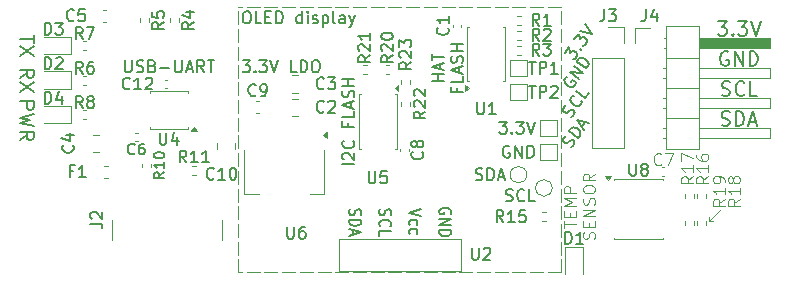
<source format=gto>
G04 #@! TF.GenerationSoftware,KiCad,Pcbnew,9.0.6-9.0.6~ubuntu22.04.1*
G04 #@! TF.CreationDate,2025-12-28T21:54:20+02:00*
G04 #@! TF.ProjectId,rpi_i2c_board,7270695f-6932-4635-9f62-6f6172642e6b,1.0*
G04 #@! TF.SameCoordinates,PX5f5e100PY5f5e100*
G04 #@! TF.FileFunction,Legend,Top*
G04 #@! TF.FilePolarity,Positive*
%FSLAX46Y46*%
G04 Gerber Fmt 4.6, Leading zero omitted, Abs format (unit mm)*
G04 Created by KiCad (PCBNEW 9.0.6-9.0.6~ubuntu22.04.1) date 2025-12-28 21:54:20*
%MOMM*%
%LPD*%
G01*
G04 APERTURE LIST*
%ADD10C,0.120000*%
%ADD11C,0.150000*%
%ADD12C,0.200000*%
%ADD13C,0.100000*%
G04 APERTURE END LIST*
D10*
X58673500Y5333500D02*
X58673500Y5715000D01*
X59055000Y5333500D02*
X58673500Y5333500D01*
X58673500Y5333500D02*
X59690500Y6350500D01*
D11*
X19193286Y18960181D02*
X19812333Y18960181D01*
X19812333Y18960181D02*
X19479000Y18579229D01*
X19479000Y18579229D02*
X19621857Y18579229D01*
X19621857Y18579229D02*
X19717095Y18531610D01*
X19717095Y18531610D02*
X19764714Y18483991D01*
X19764714Y18483991D02*
X19812333Y18388753D01*
X19812333Y18388753D02*
X19812333Y18150658D01*
X19812333Y18150658D02*
X19764714Y18055420D01*
X19764714Y18055420D02*
X19717095Y18007800D01*
X19717095Y18007800D02*
X19621857Y17960181D01*
X19621857Y17960181D02*
X19336143Y17960181D01*
X19336143Y17960181D02*
X19240905Y18007800D01*
X19240905Y18007800D02*
X19193286Y18055420D01*
X20240905Y18055420D02*
X20288524Y18007800D01*
X20288524Y18007800D02*
X20240905Y17960181D01*
X20240905Y17960181D02*
X20193286Y18007800D01*
X20193286Y18007800D02*
X20240905Y18055420D01*
X20240905Y18055420D02*
X20240905Y17960181D01*
X20621857Y18960181D02*
X21240904Y18960181D01*
X21240904Y18960181D02*
X20907571Y18579229D01*
X20907571Y18579229D02*
X21050428Y18579229D01*
X21050428Y18579229D02*
X21145666Y18531610D01*
X21145666Y18531610D02*
X21193285Y18483991D01*
X21193285Y18483991D02*
X21240904Y18388753D01*
X21240904Y18388753D02*
X21240904Y18150658D01*
X21240904Y18150658D02*
X21193285Y18055420D01*
X21193285Y18055420D02*
X21145666Y18007800D01*
X21145666Y18007800D02*
X21050428Y17960181D01*
X21050428Y17960181D02*
X20764714Y17960181D01*
X20764714Y17960181D02*
X20669476Y18007800D01*
X20669476Y18007800D02*
X20621857Y18055420D01*
X21526619Y18960181D02*
X21859952Y17960181D01*
X21859952Y17960181D02*
X22193285Y18960181D01*
X23764714Y17960181D02*
X23288524Y17960181D01*
X23288524Y17960181D02*
X23288524Y18960181D01*
X24098048Y17960181D02*
X24098048Y18960181D01*
X24098048Y18960181D02*
X24336143Y18960181D01*
X24336143Y18960181D02*
X24479000Y18912562D01*
X24479000Y18912562D02*
X24574238Y18817324D01*
X24574238Y18817324D02*
X24621857Y18722086D01*
X24621857Y18722086D02*
X24669476Y18531610D01*
X24669476Y18531610D02*
X24669476Y18388753D01*
X24669476Y18388753D02*
X24621857Y18198277D01*
X24621857Y18198277D02*
X24574238Y18103039D01*
X24574238Y18103039D02*
X24479000Y18007800D01*
X24479000Y18007800D02*
X24336143Y17960181D01*
X24336143Y17960181D02*
X24098048Y17960181D01*
X25288524Y18960181D02*
X25479000Y18960181D01*
X25479000Y18960181D02*
X25574238Y18912562D01*
X25574238Y18912562D02*
X25669476Y18817324D01*
X25669476Y18817324D02*
X25717095Y18626848D01*
X25717095Y18626848D02*
X25717095Y18293515D01*
X25717095Y18293515D02*
X25669476Y18103039D01*
X25669476Y18103039D02*
X25574238Y18007800D01*
X25574238Y18007800D02*
X25479000Y17960181D01*
X25479000Y17960181D02*
X25288524Y17960181D01*
X25288524Y17960181D02*
X25193286Y18007800D01*
X25193286Y18007800D02*
X25098048Y18103039D01*
X25098048Y18103039D02*
X25050429Y18293515D01*
X25050429Y18293515D02*
X25050429Y18626848D01*
X25050429Y18626848D02*
X25098048Y18817324D01*
X25098048Y18817324D02*
X25193286Y18912562D01*
X25193286Y18912562D02*
X25288524Y18960181D01*
D12*
X59442571Y22245258D02*
X60185428Y22245258D01*
X60185428Y22245258D02*
X59785428Y21788115D01*
X59785428Y21788115D02*
X59956857Y21788115D01*
X59956857Y21788115D02*
X60071143Y21730972D01*
X60071143Y21730972D02*
X60128285Y21673829D01*
X60128285Y21673829D02*
X60185428Y21559543D01*
X60185428Y21559543D02*
X60185428Y21273829D01*
X60185428Y21273829D02*
X60128285Y21159543D01*
X60128285Y21159543D02*
X60071143Y21102400D01*
X60071143Y21102400D02*
X59956857Y21045258D01*
X59956857Y21045258D02*
X59614000Y21045258D01*
X59614000Y21045258D02*
X59499714Y21102400D01*
X59499714Y21102400D02*
X59442571Y21159543D01*
X60699714Y21159543D02*
X60756857Y21102400D01*
X60756857Y21102400D02*
X60699714Y21045258D01*
X60699714Y21045258D02*
X60642571Y21102400D01*
X60642571Y21102400D02*
X60699714Y21159543D01*
X60699714Y21159543D02*
X60699714Y21045258D01*
X61156857Y22245258D02*
X61899714Y22245258D01*
X61899714Y22245258D02*
X61499714Y21788115D01*
X61499714Y21788115D02*
X61671143Y21788115D01*
X61671143Y21788115D02*
X61785429Y21730972D01*
X61785429Y21730972D02*
X61842571Y21673829D01*
X61842571Y21673829D02*
X61899714Y21559543D01*
X61899714Y21559543D02*
X61899714Y21273829D01*
X61899714Y21273829D02*
X61842571Y21159543D01*
X61842571Y21159543D02*
X61785429Y21102400D01*
X61785429Y21102400D02*
X61671143Y21045258D01*
X61671143Y21045258D02*
X61328286Y21045258D01*
X61328286Y21045258D02*
X61214000Y21102400D01*
X61214000Y21102400D02*
X61156857Y21159543D01*
X62242571Y22245258D02*
X62642571Y21045258D01*
X62642571Y21045258D02*
X63042571Y22245258D01*
D11*
X41783095Y11673562D02*
X41687857Y11721181D01*
X41687857Y11721181D02*
X41545000Y11721181D01*
X41545000Y11721181D02*
X41402143Y11673562D01*
X41402143Y11673562D02*
X41306905Y11578324D01*
X41306905Y11578324D02*
X41259286Y11483086D01*
X41259286Y11483086D02*
X41211667Y11292610D01*
X41211667Y11292610D02*
X41211667Y11149753D01*
X41211667Y11149753D02*
X41259286Y10959277D01*
X41259286Y10959277D02*
X41306905Y10864039D01*
X41306905Y10864039D02*
X41402143Y10768800D01*
X41402143Y10768800D02*
X41545000Y10721181D01*
X41545000Y10721181D02*
X41640238Y10721181D01*
X41640238Y10721181D02*
X41783095Y10768800D01*
X41783095Y10768800D02*
X41830714Y10816420D01*
X41830714Y10816420D02*
X41830714Y11149753D01*
X41830714Y11149753D02*
X41640238Y11149753D01*
X42259286Y10721181D02*
X42259286Y11721181D01*
X42259286Y11721181D02*
X42830714Y10721181D01*
X42830714Y10721181D02*
X42830714Y11721181D01*
X43306905Y10721181D02*
X43306905Y11721181D01*
X43306905Y11721181D02*
X43545000Y11721181D01*
X43545000Y11721181D02*
X43687857Y11673562D01*
X43687857Y11673562D02*
X43783095Y11578324D01*
X43783095Y11578324D02*
X43830714Y11483086D01*
X43830714Y11483086D02*
X43878333Y11292610D01*
X43878333Y11292610D02*
X43878333Y11149753D01*
X43878333Y11149753D02*
X43830714Y10959277D01*
X43830714Y10959277D02*
X43783095Y10864039D01*
X43783095Y10864039D02*
X43687857Y10768800D01*
X43687857Y10768800D02*
X43545000Y10721181D01*
X43545000Y10721181D02*
X43306905Y10721181D01*
X47021729Y14158259D02*
X47142676Y14247968D01*
X47142676Y14247968D02*
X47279242Y14443004D01*
X47279242Y14443004D02*
X47294861Y14548332D01*
X47294861Y14548332D02*
X47283167Y14614652D01*
X47283167Y14614652D02*
X47232466Y14708286D01*
X47232466Y14708286D02*
X47154451Y14762912D01*
X47154451Y14762912D02*
X47049123Y14778531D01*
X47049123Y14778531D02*
X46982803Y14766837D01*
X46982803Y14766837D02*
X46889169Y14716136D01*
X46889169Y14716136D02*
X46740910Y14587420D01*
X46740910Y14587420D02*
X46647276Y14536719D01*
X46647276Y14536719D02*
X46580956Y14525025D01*
X46580956Y14525025D02*
X46475628Y14540644D01*
X46475628Y14540644D02*
X46397613Y14595270D01*
X46397613Y14595270D02*
X46346912Y14688904D01*
X46346912Y14688904D02*
X46335218Y14755224D01*
X46335218Y14755224D02*
X46350837Y14860552D01*
X46350837Y14860552D02*
X46487403Y15055588D01*
X46487403Y15055588D02*
X46608350Y15145296D01*
X47884057Y15472812D02*
X47895751Y15406491D01*
X47895751Y15406491D02*
X47852818Y15262156D01*
X47852818Y15262156D02*
X47798192Y15184142D01*
X47798192Y15184142D02*
X47677245Y15094433D01*
X47677245Y15094433D02*
X47544604Y15071045D01*
X47544604Y15071045D02*
X47439277Y15086664D01*
X47439277Y15086664D02*
X47255935Y15156910D01*
X47255935Y15156910D02*
X47138913Y15238849D01*
X47138913Y15238849D02*
X47010197Y15387109D01*
X47010197Y15387109D02*
X46959496Y15480743D01*
X46959496Y15480743D02*
X46936108Y15613383D01*
X46936108Y15613383D02*
X46979040Y15757718D01*
X46979040Y15757718D02*
X47033666Y15835733D01*
X47033666Y15835733D02*
X47154613Y15925441D01*
X47154613Y15925441D02*
X47220933Y15937135D01*
X48481021Y16159323D02*
X48207889Y15769250D01*
X48207889Y15769250D02*
X47388737Y16342827D01*
D12*
X1544257Y21107286D02*
X1544257Y20421571D01*
X344257Y20764429D02*
X1544257Y20764429D01*
X1544257Y20135857D02*
X344257Y19335857D01*
X1544257Y19335857D02*
X344257Y20135857D01*
X59756857Y13482400D02*
X59928286Y13425258D01*
X59928286Y13425258D02*
X60214000Y13425258D01*
X60214000Y13425258D02*
X60328286Y13482400D01*
X60328286Y13482400D02*
X60385428Y13539543D01*
X60385428Y13539543D02*
X60442571Y13653829D01*
X60442571Y13653829D02*
X60442571Y13768115D01*
X60442571Y13768115D02*
X60385428Y13882400D01*
X60385428Y13882400D02*
X60328286Y13939543D01*
X60328286Y13939543D02*
X60214000Y13996686D01*
X60214000Y13996686D02*
X59985428Y14053829D01*
X59985428Y14053829D02*
X59871143Y14110972D01*
X59871143Y14110972D02*
X59814000Y14168115D01*
X59814000Y14168115D02*
X59756857Y14282400D01*
X59756857Y14282400D02*
X59756857Y14396686D01*
X59756857Y14396686D02*
X59814000Y14510972D01*
X59814000Y14510972D02*
X59871143Y14568115D01*
X59871143Y14568115D02*
X59985428Y14625258D01*
X59985428Y14625258D02*
X60271143Y14625258D01*
X60271143Y14625258D02*
X60442571Y14568115D01*
X60956857Y13425258D02*
X60956857Y14625258D01*
X60956857Y14625258D02*
X61242571Y14625258D01*
X61242571Y14625258D02*
X61414000Y14568115D01*
X61414000Y14568115D02*
X61528285Y14453829D01*
X61528285Y14453829D02*
X61585428Y14339543D01*
X61585428Y14339543D02*
X61642571Y14110972D01*
X61642571Y14110972D02*
X61642571Y13939543D01*
X61642571Y13939543D02*
X61585428Y13710972D01*
X61585428Y13710972D02*
X61528285Y13596686D01*
X61528285Y13596686D02*
X61414000Y13482400D01*
X61414000Y13482400D02*
X61242571Y13425258D01*
X61242571Y13425258D02*
X60956857Y13425258D01*
X62099714Y13768115D02*
X62671143Y13768115D01*
X61985428Y13425258D02*
X62385428Y14625258D01*
X62385428Y14625258D02*
X62785428Y13425258D01*
D11*
X28648819Y10145453D02*
X27648819Y10145453D01*
X27744057Y10574024D02*
X27696438Y10621643D01*
X27696438Y10621643D02*
X27648819Y10716881D01*
X27648819Y10716881D02*
X27648819Y10954976D01*
X27648819Y10954976D02*
X27696438Y11050214D01*
X27696438Y11050214D02*
X27744057Y11097833D01*
X27744057Y11097833D02*
X27839295Y11145452D01*
X27839295Y11145452D02*
X27934533Y11145452D01*
X27934533Y11145452D02*
X28077390Y11097833D01*
X28077390Y11097833D02*
X28648819Y10526405D01*
X28648819Y10526405D02*
X28648819Y11145452D01*
X28553580Y12145452D02*
X28601200Y12097833D01*
X28601200Y12097833D02*
X28648819Y11954976D01*
X28648819Y11954976D02*
X28648819Y11859738D01*
X28648819Y11859738D02*
X28601200Y11716881D01*
X28601200Y11716881D02*
X28505961Y11621643D01*
X28505961Y11621643D02*
X28410723Y11574024D01*
X28410723Y11574024D02*
X28220247Y11526405D01*
X28220247Y11526405D02*
X28077390Y11526405D01*
X28077390Y11526405D02*
X27886914Y11574024D01*
X27886914Y11574024D02*
X27791676Y11621643D01*
X27791676Y11621643D02*
X27696438Y11716881D01*
X27696438Y11716881D02*
X27648819Y11859738D01*
X27648819Y11859738D02*
X27648819Y11954976D01*
X27648819Y11954976D02*
X27696438Y12097833D01*
X27696438Y12097833D02*
X27744057Y12145452D01*
X28125009Y13669262D02*
X28125009Y13335929D01*
X28648819Y13335929D02*
X27648819Y13335929D01*
X27648819Y13335929D02*
X27648819Y13812119D01*
X28648819Y14669262D02*
X28648819Y14193072D01*
X28648819Y14193072D02*
X27648819Y14193072D01*
X28363104Y14954977D02*
X28363104Y15431167D01*
X28648819Y14859739D02*
X27648819Y15193072D01*
X27648819Y15193072D02*
X28648819Y15526405D01*
X28601200Y15812120D02*
X28648819Y15954977D01*
X28648819Y15954977D02*
X28648819Y16193072D01*
X28648819Y16193072D02*
X28601200Y16288310D01*
X28601200Y16288310D02*
X28553580Y16335929D01*
X28553580Y16335929D02*
X28458342Y16383548D01*
X28458342Y16383548D02*
X28363104Y16383548D01*
X28363104Y16383548D02*
X28267866Y16335929D01*
X28267866Y16335929D02*
X28220247Y16288310D01*
X28220247Y16288310D02*
X28172628Y16193072D01*
X28172628Y16193072D02*
X28125009Y16002596D01*
X28125009Y16002596D02*
X28077390Y15907358D01*
X28077390Y15907358D02*
X28029771Y15859739D01*
X28029771Y15859739D02*
X27934533Y15812120D01*
X27934533Y15812120D02*
X27839295Y15812120D01*
X27839295Y15812120D02*
X27744057Y15859739D01*
X27744057Y15859739D02*
X27696438Y15907358D01*
X27696438Y15907358D02*
X27648819Y16002596D01*
X27648819Y16002596D02*
X27648819Y16240691D01*
X27648819Y16240691D02*
X27696438Y16383548D01*
X28648819Y16812120D02*
X27648819Y16812120D01*
X28125009Y16812120D02*
X28125009Y17383548D01*
X28648819Y17383548D02*
X27648819Y17383548D01*
X41481524Y7085800D02*
X41624381Y7038181D01*
X41624381Y7038181D02*
X41862476Y7038181D01*
X41862476Y7038181D02*
X41957714Y7085800D01*
X41957714Y7085800D02*
X42005333Y7133420D01*
X42005333Y7133420D02*
X42052952Y7228658D01*
X42052952Y7228658D02*
X42052952Y7323896D01*
X42052952Y7323896D02*
X42005333Y7419134D01*
X42005333Y7419134D02*
X41957714Y7466753D01*
X41957714Y7466753D02*
X41862476Y7514372D01*
X41862476Y7514372D02*
X41672000Y7561991D01*
X41672000Y7561991D02*
X41576762Y7609610D01*
X41576762Y7609610D02*
X41529143Y7657229D01*
X41529143Y7657229D02*
X41481524Y7752467D01*
X41481524Y7752467D02*
X41481524Y7847705D01*
X41481524Y7847705D02*
X41529143Y7942943D01*
X41529143Y7942943D02*
X41576762Y7990562D01*
X41576762Y7990562D02*
X41672000Y8038181D01*
X41672000Y8038181D02*
X41910095Y8038181D01*
X41910095Y8038181D02*
X42052952Y7990562D01*
X43052952Y7133420D02*
X43005333Y7085800D01*
X43005333Y7085800D02*
X42862476Y7038181D01*
X42862476Y7038181D02*
X42767238Y7038181D01*
X42767238Y7038181D02*
X42624381Y7085800D01*
X42624381Y7085800D02*
X42529143Y7181039D01*
X42529143Y7181039D02*
X42481524Y7276277D01*
X42481524Y7276277D02*
X42433905Y7466753D01*
X42433905Y7466753D02*
X42433905Y7609610D01*
X42433905Y7609610D02*
X42481524Y7800086D01*
X42481524Y7800086D02*
X42529143Y7895324D01*
X42529143Y7895324D02*
X42624381Y7990562D01*
X42624381Y7990562D02*
X42767238Y8038181D01*
X42767238Y8038181D02*
X42862476Y8038181D01*
X42862476Y8038181D02*
X43005333Y7990562D01*
X43005333Y7990562D02*
X43052952Y7942943D01*
X43957714Y7038181D02*
X43481524Y7038181D01*
X43481524Y7038181D02*
X43481524Y8038181D01*
D12*
X60299714Y19648115D02*
X60185429Y19705258D01*
X60185429Y19705258D02*
X60014000Y19705258D01*
X60014000Y19705258D02*
X59842571Y19648115D01*
X59842571Y19648115D02*
X59728286Y19533829D01*
X59728286Y19533829D02*
X59671143Y19419543D01*
X59671143Y19419543D02*
X59614000Y19190972D01*
X59614000Y19190972D02*
X59614000Y19019543D01*
X59614000Y19019543D02*
X59671143Y18790972D01*
X59671143Y18790972D02*
X59728286Y18676686D01*
X59728286Y18676686D02*
X59842571Y18562400D01*
X59842571Y18562400D02*
X60014000Y18505258D01*
X60014000Y18505258D02*
X60128286Y18505258D01*
X60128286Y18505258D02*
X60299714Y18562400D01*
X60299714Y18562400D02*
X60356857Y18619543D01*
X60356857Y18619543D02*
X60356857Y19019543D01*
X60356857Y19019543D02*
X60128286Y19019543D01*
X60871143Y18505258D02*
X60871143Y19705258D01*
X60871143Y19705258D02*
X61556857Y18505258D01*
X61556857Y18505258D02*
X61556857Y19705258D01*
X62128286Y18505258D02*
X62128286Y19705258D01*
X62128286Y19705258D02*
X62414000Y19705258D01*
X62414000Y19705258D02*
X62585429Y19648115D01*
X62585429Y19648115D02*
X62699714Y19533829D01*
X62699714Y19533829D02*
X62756857Y19419543D01*
X62756857Y19419543D02*
X62814000Y19190972D01*
X62814000Y19190972D02*
X62814000Y19019543D01*
X62814000Y19019543D02*
X62756857Y18790972D01*
X62756857Y18790972D02*
X62699714Y18676686D01*
X62699714Y18676686D02*
X62585429Y18562400D01*
X62585429Y18562400D02*
X62414000Y18505258D01*
X62414000Y18505258D02*
X62128286Y18505258D01*
X59785428Y16022400D02*
X59956857Y15965258D01*
X59956857Y15965258D02*
X60242571Y15965258D01*
X60242571Y15965258D02*
X60356857Y16022400D01*
X60356857Y16022400D02*
X60413999Y16079543D01*
X60413999Y16079543D02*
X60471142Y16193829D01*
X60471142Y16193829D02*
X60471142Y16308115D01*
X60471142Y16308115D02*
X60413999Y16422400D01*
X60413999Y16422400D02*
X60356857Y16479543D01*
X60356857Y16479543D02*
X60242571Y16536686D01*
X60242571Y16536686D02*
X60013999Y16593829D01*
X60013999Y16593829D02*
X59899714Y16650972D01*
X59899714Y16650972D02*
X59842571Y16708115D01*
X59842571Y16708115D02*
X59785428Y16822400D01*
X59785428Y16822400D02*
X59785428Y16936686D01*
X59785428Y16936686D02*
X59842571Y17050972D01*
X59842571Y17050972D02*
X59899714Y17108115D01*
X59899714Y17108115D02*
X60013999Y17165258D01*
X60013999Y17165258D02*
X60299714Y17165258D01*
X60299714Y17165258D02*
X60471142Y17108115D01*
X61671142Y16079543D02*
X61613999Y16022400D01*
X61613999Y16022400D02*
X61442571Y15965258D01*
X61442571Y15965258D02*
X61328285Y15965258D01*
X61328285Y15965258D02*
X61156856Y16022400D01*
X61156856Y16022400D02*
X61042571Y16136686D01*
X61042571Y16136686D02*
X60985428Y16250972D01*
X60985428Y16250972D02*
X60928285Y16479543D01*
X60928285Y16479543D02*
X60928285Y16650972D01*
X60928285Y16650972D02*
X60985428Y16879543D01*
X60985428Y16879543D02*
X61042571Y16993829D01*
X61042571Y16993829D02*
X61156856Y17108115D01*
X61156856Y17108115D02*
X61328285Y17165258D01*
X61328285Y17165258D02*
X61442571Y17165258D01*
X61442571Y17165258D02*
X61613999Y17108115D01*
X61613999Y17108115D02*
X61671142Y17050972D01*
X62756856Y15965258D02*
X62185428Y15965258D01*
X62185428Y15965258D02*
X62185428Y17165258D01*
D11*
X47008072Y11598755D02*
X47129019Y11688464D01*
X47129019Y11688464D02*
X47265585Y11883500D01*
X47265585Y11883500D02*
X47281204Y11988828D01*
X47281204Y11988828D02*
X47269510Y12055148D01*
X47269510Y12055148D02*
X47218809Y12148782D01*
X47218809Y12148782D02*
X47140794Y12203408D01*
X47140794Y12203408D02*
X47035467Y12219027D01*
X47035467Y12219027D02*
X46969146Y12207333D01*
X46969146Y12207333D02*
X46875513Y12156632D01*
X46875513Y12156632D02*
X46727253Y12027916D01*
X46727253Y12027916D02*
X46633619Y11977215D01*
X46633619Y11977215D02*
X46567299Y11965521D01*
X46567299Y11965521D02*
X46461971Y11981140D01*
X46461971Y11981140D02*
X46383957Y12035766D01*
X46383957Y12035766D02*
X46333255Y12129400D01*
X46333255Y12129400D02*
X46321561Y12195720D01*
X46321561Y12195720D02*
X46337180Y12301048D01*
X46337180Y12301048D02*
X46473746Y12496084D01*
X46473746Y12496084D02*
X46594693Y12585792D01*
X47620656Y12390594D02*
X46801504Y12964171D01*
X46801504Y12964171D02*
X46938070Y13159207D01*
X46938070Y13159207D02*
X47059017Y13248916D01*
X47059017Y13248916D02*
X47191658Y13272304D01*
X47191658Y13272304D02*
X47296985Y13256685D01*
X47296985Y13256685D02*
X47480327Y13186439D01*
X47480327Y13186439D02*
X47597349Y13104500D01*
X47597349Y13104500D02*
X47726065Y12956240D01*
X47726065Y12956240D02*
X47776766Y12862606D01*
X47776766Y12862606D02*
X47800154Y12729965D01*
X47800154Y12729965D02*
X47757222Y12585631D01*
X47757222Y12585631D02*
X47620656Y12390594D01*
X47932876Y13334618D02*
X48206008Y13724691D01*
X48112293Y13092725D02*
X47484333Y13939352D01*
X47484333Y13939352D02*
X48494677Y13638826D01*
X46458706Y19550480D02*
X46813777Y20057574D01*
X46813777Y20057574D02*
X46934643Y19566018D01*
X46934643Y19566018D02*
X47016582Y19683039D01*
X47016582Y19683039D02*
X47110216Y19733741D01*
X47110216Y19733741D02*
X47176536Y19745435D01*
X47176536Y19745435D02*
X47281864Y19729816D01*
X47281864Y19729816D02*
X47476900Y19593250D01*
X47476900Y19593250D02*
X47527601Y19499616D01*
X47527601Y19499616D02*
X47539295Y19433296D01*
X47539295Y19433296D02*
X47523676Y19327968D01*
X47523676Y19327968D02*
X47359797Y19093925D01*
X47359797Y19093925D02*
X47266164Y19043223D01*
X47266164Y19043223D02*
X47199843Y19031529D01*
X47800733Y19889689D02*
X47867053Y19901383D01*
X47867053Y19901383D02*
X47878747Y19835062D01*
X47878747Y19835062D02*
X47812427Y19823368D01*
X47812427Y19823368D02*
X47800733Y19889689D01*
X47800733Y19889689D02*
X47878747Y19835062D01*
X47278100Y20720696D02*
X47633171Y21227790D01*
X47633171Y21227790D02*
X47754037Y20736234D01*
X47754037Y20736234D02*
X47835977Y20853256D01*
X47835977Y20853256D02*
X47929610Y20903958D01*
X47929610Y20903958D02*
X47995931Y20915652D01*
X47995931Y20915652D02*
X48101258Y20900033D01*
X48101258Y20900033D02*
X48296295Y20763467D01*
X48296295Y20763467D02*
X48346996Y20669833D01*
X48346996Y20669833D02*
X48358690Y20603513D01*
X48358690Y20603513D02*
X48343071Y20498185D01*
X48343071Y20498185D02*
X48179192Y20264142D01*
X48179192Y20264142D02*
X48085558Y20213440D01*
X48085558Y20213440D02*
X48019238Y20201746D01*
X47797050Y21461834D02*
X48807395Y21161308D01*
X48807395Y21161308D02*
X48179435Y22007935D01*
D12*
X344257Y15476000D02*
X1544257Y15476000D01*
X1544257Y15476000D02*
X1544257Y15018857D01*
X1544257Y15018857D02*
X1487114Y14904572D01*
X1487114Y14904572D02*
X1429971Y14847429D01*
X1429971Y14847429D02*
X1315685Y14790286D01*
X1315685Y14790286D02*
X1144257Y14790286D01*
X1144257Y14790286D02*
X1029971Y14847429D01*
X1029971Y14847429D02*
X972828Y14904572D01*
X972828Y14904572D02*
X915685Y15018857D01*
X915685Y15018857D02*
X915685Y15476000D01*
X1544257Y14390286D02*
X344257Y14104572D01*
X344257Y14104572D02*
X1201400Y13876000D01*
X1201400Y13876000D02*
X344257Y13647429D01*
X344257Y13647429D02*
X1544257Y13361714D01*
X344257Y12218857D02*
X915685Y12618857D01*
X344257Y12904571D02*
X1544257Y12904571D01*
X1544257Y12904571D02*
X1544257Y12447428D01*
X1544257Y12447428D02*
X1487114Y12333143D01*
X1487114Y12333143D02*
X1429971Y12276000D01*
X1429971Y12276000D02*
X1315685Y12218857D01*
X1315685Y12218857D02*
X1144257Y12218857D01*
X1144257Y12218857D02*
X1029971Y12276000D01*
X1029971Y12276000D02*
X972828Y12333143D01*
X972828Y12333143D02*
X915685Y12447428D01*
X915685Y12447428D02*
X915685Y12904571D01*
D10*
X46403407Y4794477D02*
X46403407Y5365905D01*
X47403407Y5080191D02*
X46403407Y5080191D01*
X46879597Y5699239D02*
X46879597Y6032572D01*
X47403407Y6175429D02*
X47403407Y5699239D01*
X47403407Y5699239D02*
X46403407Y5699239D01*
X46403407Y5699239D02*
X46403407Y6175429D01*
X47403407Y6604001D02*
X46403407Y6604001D01*
X46403407Y6604001D02*
X47117692Y6937334D01*
X47117692Y6937334D02*
X46403407Y7270667D01*
X46403407Y7270667D02*
X47403407Y7270667D01*
X47403407Y7746858D02*
X46403407Y7746858D01*
X46403407Y7746858D02*
X46403407Y8127810D01*
X46403407Y8127810D02*
X46451026Y8223048D01*
X46451026Y8223048D02*
X46498645Y8270667D01*
X46498645Y8270667D02*
X46593883Y8318286D01*
X46593883Y8318286D02*
X46736740Y8318286D01*
X46736740Y8318286D02*
X46831978Y8270667D01*
X46831978Y8270667D02*
X46879597Y8223048D01*
X46879597Y8223048D02*
X46927216Y8127810D01*
X46927216Y8127810D02*
X46927216Y7746858D01*
X48965732Y3842096D02*
X49013351Y3984953D01*
X49013351Y3984953D02*
X49013351Y4223048D01*
X49013351Y4223048D02*
X48965732Y4318286D01*
X48965732Y4318286D02*
X48918112Y4365905D01*
X48918112Y4365905D02*
X48822874Y4413524D01*
X48822874Y4413524D02*
X48727636Y4413524D01*
X48727636Y4413524D02*
X48632398Y4365905D01*
X48632398Y4365905D02*
X48584779Y4318286D01*
X48584779Y4318286D02*
X48537160Y4223048D01*
X48537160Y4223048D02*
X48489541Y4032572D01*
X48489541Y4032572D02*
X48441922Y3937334D01*
X48441922Y3937334D02*
X48394303Y3889715D01*
X48394303Y3889715D02*
X48299065Y3842096D01*
X48299065Y3842096D02*
X48203827Y3842096D01*
X48203827Y3842096D02*
X48108589Y3889715D01*
X48108589Y3889715D02*
X48060970Y3937334D01*
X48060970Y3937334D02*
X48013351Y4032572D01*
X48013351Y4032572D02*
X48013351Y4270667D01*
X48013351Y4270667D02*
X48060970Y4413524D01*
X48489541Y4842096D02*
X48489541Y5175429D01*
X49013351Y5318286D02*
X49013351Y4842096D01*
X49013351Y4842096D02*
X48013351Y4842096D01*
X48013351Y4842096D02*
X48013351Y5318286D01*
X49013351Y5746858D02*
X48013351Y5746858D01*
X48013351Y5746858D02*
X49013351Y6318286D01*
X49013351Y6318286D02*
X48013351Y6318286D01*
X48965732Y6746858D02*
X49013351Y6889715D01*
X49013351Y6889715D02*
X49013351Y7127810D01*
X49013351Y7127810D02*
X48965732Y7223048D01*
X48965732Y7223048D02*
X48918112Y7270667D01*
X48918112Y7270667D02*
X48822874Y7318286D01*
X48822874Y7318286D02*
X48727636Y7318286D01*
X48727636Y7318286D02*
X48632398Y7270667D01*
X48632398Y7270667D02*
X48584779Y7223048D01*
X48584779Y7223048D02*
X48537160Y7127810D01*
X48537160Y7127810D02*
X48489541Y6937334D01*
X48489541Y6937334D02*
X48441922Y6842096D01*
X48441922Y6842096D02*
X48394303Y6794477D01*
X48394303Y6794477D02*
X48299065Y6746858D01*
X48299065Y6746858D02*
X48203827Y6746858D01*
X48203827Y6746858D02*
X48108589Y6794477D01*
X48108589Y6794477D02*
X48060970Y6842096D01*
X48060970Y6842096D02*
X48013351Y6937334D01*
X48013351Y6937334D02*
X48013351Y7175429D01*
X48013351Y7175429D02*
X48060970Y7318286D01*
X48013351Y7937334D02*
X48013351Y8127810D01*
X48013351Y8127810D02*
X48060970Y8223048D01*
X48060970Y8223048D02*
X48156208Y8318286D01*
X48156208Y8318286D02*
X48346684Y8365905D01*
X48346684Y8365905D02*
X48680017Y8365905D01*
X48680017Y8365905D02*
X48870493Y8318286D01*
X48870493Y8318286D02*
X48965732Y8223048D01*
X48965732Y8223048D02*
X49013351Y8127810D01*
X49013351Y8127810D02*
X49013351Y7937334D01*
X49013351Y7937334D02*
X48965732Y7842096D01*
X48965732Y7842096D02*
X48870493Y7746858D01*
X48870493Y7746858D02*
X48680017Y7699239D01*
X48680017Y7699239D02*
X48346684Y7699239D01*
X48346684Y7699239D02*
X48156208Y7746858D01*
X48156208Y7746858D02*
X48060970Y7842096D01*
X48060970Y7842096D02*
X48013351Y7937334D01*
X49013351Y9365905D02*
X48537160Y9032572D01*
X49013351Y8794477D02*
X48013351Y8794477D01*
X48013351Y8794477D02*
X48013351Y9175429D01*
X48013351Y9175429D02*
X48060970Y9270667D01*
X48060970Y9270667D02*
X48108589Y9318286D01*
X48108589Y9318286D02*
X48203827Y9365905D01*
X48203827Y9365905D02*
X48346684Y9365905D01*
X48346684Y9365905D02*
X48441922Y9318286D01*
X48441922Y9318286D02*
X48489541Y9270667D01*
X48489541Y9270667D02*
X48537160Y9175429D01*
X48537160Y9175429D02*
X48537160Y8794477D01*
D11*
X19450255Y23101181D02*
X19640731Y23101181D01*
X19640731Y23101181D02*
X19735969Y23053562D01*
X19735969Y23053562D02*
X19831207Y22958324D01*
X19831207Y22958324D02*
X19878826Y22767848D01*
X19878826Y22767848D02*
X19878826Y22434515D01*
X19878826Y22434515D02*
X19831207Y22244039D01*
X19831207Y22244039D02*
X19735969Y22148800D01*
X19735969Y22148800D02*
X19640731Y22101181D01*
X19640731Y22101181D02*
X19450255Y22101181D01*
X19450255Y22101181D02*
X19355017Y22148800D01*
X19355017Y22148800D02*
X19259779Y22244039D01*
X19259779Y22244039D02*
X19212160Y22434515D01*
X19212160Y22434515D02*
X19212160Y22767848D01*
X19212160Y22767848D02*
X19259779Y22958324D01*
X19259779Y22958324D02*
X19355017Y23053562D01*
X19355017Y23053562D02*
X19450255Y23101181D01*
X20783588Y22101181D02*
X20307398Y22101181D01*
X20307398Y22101181D02*
X20307398Y23101181D01*
X21116922Y22624991D02*
X21450255Y22624991D01*
X21593112Y22101181D02*
X21116922Y22101181D01*
X21116922Y22101181D02*
X21116922Y23101181D01*
X21116922Y23101181D02*
X21593112Y23101181D01*
X22021684Y22101181D02*
X22021684Y23101181D01*
X22021684Y23101181D02*
X22259779Y23101181D01*
X22259779Y23101181D02*
X22402636Y23053562D01*
X22402636Y23053562D02*
X22497874Y22958324D01*
X22497874Y22958324D02*
X22545493Y22863086D01*
X22545493Y22863086D02*
X22593112Y22672610D01*
X22593112Y22672610D02*
X22593112Y22529753D01*
X22593112Y22529753D02*
X22545493Y22339277D01*
X22545493Y22339277D02*
X22497874Y22244039D01*
X22497874Y22244039D02*
X22402636Y22148800D01*
X22402636Y22148800D02*
X22259779Y22101181D01*
X22259779Y22101181D02*
X22021684Y22101181D01*
X24212160Y22101181D02*
X24212160Y23101181D01*
X24212160Y22148800D02*
X24116922Y22101181D01*
X24116922Y22101181D02*
X23926446Y22101181D01*
X23926446Y22101181D02*
X23831208Y22148800D01*
X23831208Y22148800D02*
X23783589Y22196420D01*
X23783589Y22196420D02*
X23735970Y22291658D01*
X23735970Y22291658D02*
X23735970Y22577372D01*
X23735970Y22577372D02*
X23783589Y22672610D01*
X23783589Y22672610D02*
X23831208Y22720229D01*
X23831208Y22720229D02*
X23926446Y22767848D01*
X23926446Y22767848D02*
X24116922Y22767848D01*
X24116922Y22767848D02*
X24212160Y22720229D01*
X24688351Y22101181D02*
X24688351Y22767848D01*
X24688351Y23101181D02*
X24640732Y23053562D01*
X24640732Y23053562D02*
X24688351Y23005943D01*
X24688351Y23005943D02*
X24735970Y23053562D01*
X24735970Y23053562D02*
X24688351Y23101181D01*
X24688351Y23101181D02*
X24688351Y23005943D01*
X25116922Y22148800D02*
X25212160Y22101181D01*
X25212160Y22101181D02*
X25402636Y22101181D01*
X25402636Y22101181D02*
X25497874Y22148800D01*
X25497874Y22148800D02*
X25545493Y22244039D01*
X25545493Y22244039D02*
X25545493Y22291658D01*
X25545493Y22291658D02*
X25497874Y22386896D01*
X25497874Y22386896D02*
X25402636Y22434515D01*
X25402636Y22434515D02*
X25259779Y22434515D01*
X25259779Y22434515D02*
X25164541Y22482134D01*
X25164541Y22482134D02*
X25116922Y22577372D01*
X25116922Y22577372D02*
X25116922Y22624991D01*
X25116922Y22624991D02*
X25164541Y22720229D01*
X25164541Y22720229D02*
X25259779Y22767848D01*
X25259779Y22767848D02*
X25402636Y22767848D01*
X25402636Y22767848D02*
X25497874Y22720229D01*
X25974065Y22767848D02*
X25974065Y21767848D01*
X25974065Y22720229D02*
X26069303Y22767848D01*
X26069303Y22767848D02*
X26259779Y22767848D01*
X26259779Y22767848D02*
X26355017Y22720229D01*
X26355017Y22720229D02*
X26402636Y22672610D01*
X26402636Y22672610D02*
X26450255Y22577372D01*
X26450255Y22577372D02*
X26450255Y22291658D01*
X26450255Y22291658D02*
X26402636Y22196420D01*
X26402636Y22196420D02*
X26355017Y22148800D01*
X26355017Y22148800D02*
X26259779Y22101181D01*
X26259779Y22101181D02*
X26069303Y22101181D01*
X26069303Y22101181D02*
X25974065Y22148800D01*
X27021684Y22101181D02*
X26926446Y22148800D01*
X26926446Y22148800D02*
X26878827Y22244039D01*
X26878827Y22244039D02*
X26878827Y23101181D01*
X27831208Y22101181D02*
X27831208Y22624991D01*
X27831208Y22624991D02*
X27783589Y22720229D01*
X27783589Y22720229D02*
X27688351Y22767848D01*
X27688351Y22767848D02*
X27497875Y22767848D01*
X27497875Y22767848D02*
X27402637Y22720229D01*
X27831208Y22148800D02*
X27735970Y22101181D01*
X27735970Y22101181D02*
X27497875Y22101181D01*
X27497875Y22101181D02*
X27402637Y22148800D01*
X27402637Y22148800D02*
X27355018Y22244039D01*
X27355018Y22244039D02*
X27355018Y22339277D01*
X27355018Y22339277D02*
X27402637Y22434515D01*
X27402637Y22434515D02*
X27497875Y22482134D01*
X27497875Y22482134D02*
X27735970Y22482134D01*
X27735970Y22482134D02*
X27831208Y22529753D01*
X28212161Y22767848D02*
X28450256Y22101181D01*
X28688351Y22767848D02*
X28450256Y22101181D01*
X28450256Y22101181D02*
X28355018Y21863086D01*
X28355018Y21863086D02*
X28307399Y21815467D01*
X28307399Y21815467D02*
X28212161Y21767848D01*
X38917714Y8863800D02*
X39060571Y8816181D01*
X39060571Y8816181D02*
X39298666Y8816181D01*
X39298666Y8816181D02*
X39393904Y8863800D01*
X39393904Y8863800D02*
X39441523Y8911420D01*
X39441523Y8911420D02*
X39489142Y9006658D01*
X39489142Y9006658D02*
X39489142Y9101896D01*
X39489142Y9101896D02*
X39441523Y9197134D01*
X39441523Y9197134D02*
X39393904Y9244753D01*
X39393904Y9244753D02*
X39298666Y9292372D01*
X39298666Y9292372D02*
X39108190Y9339991D01*
X39108190Y9339991D02*
X39012952Y9387610D01*
X39012952Y9387610D02*
X38965333Y9435229D01*
X38965333Y9435229D02*
X38917714Y9530467D01*
X38917714Y9530467D02*
X38917714Y9625705D01*
X38917714Y9625705D02*
X38965333Y9720943D01*
X38965333Y9720943D02*
X39012952Y9768562D01*
X39012952Y9768562D02*
X39108190Y9816181D01*
X39108190Y9816181D02*
X39346285Y9816181D01*
X39346285Y9816181D02*
X39489142Y9768562D01*
X39917714Y8816181D02*
X39917714Y9816181D01*
X39917714Y9816181D02*
X40155809Y9816181D01*
X40155809Y9816181D02*
X40298666Y9768562D01*
X40298666Y9768562D02*
X40393904Y9673324D01*
X40393904Y9673324D02*
X40441523Y9578086D01*
X40441523Y9578086D02*
X40489142Y9387610D01*
X40489142Y9387610D02*
X40489142Y9244753D01*
X40489142Y9244753D02*
X40441523Y9054277D01*
X40441523Y9054277D02*
X40393904Y8959039D01*
X40393904Y8959039D02*
X40298666Y8863800D01*
X40298666Y8863800D02*
X40155809Y8816181D01*
X40155809Y8816181D02*
X39917714Y8816181D01*
X40870095Y9101896D02*
X41346285Y9101896D01*
X40774857Y8816181D02*
X41108190Y9816181D01*
X41108190Y9816181D02*
X41441523Y8816181D01*
X36225847Y17192763D02*
X35225847Y17192763D01*
X35702037Y17192763D02*
X35702037Y17764191D01*
X36225847Y17764191D02*
X35225847Y17764191D01*
X35940132Y18192763D02*
X35940132Y18668953D01*
X36225847Y18097525D02*
X35225847Y18430858D01*
X35225847Y18430858D02*
X36225847Y18764191D01*
X35225847Y18954668D02*
X35225847Y19526096D01*
X36225847Y19240382D02*
X35225847Y19240382D01*
X37311981Y16597524D02*
X37311981Y16264191D01*
X37835791Y16264191D02*
X36835791Y16264191D01*
X36835791Y16264191D02*
X36835791Y16740381D01*
X37835791Y17597524D02*
X37835791Y17121334D01*
X37835791Y17121334D02*
X36835791Y17121334D01*
X37550076Y17883239D02*
X37550076Y18359429D01*
X37835791Y17788001D02*
X36835791Y18121334D01*
X36835791Y18121334D02*
X37835791Y18454667D01*
X37788172Y18740382D02*
X37835791Y18883239D01*
X37835791Y18883239D02*
X37835791Y19121334D01*
X37835791Y19121334D02*
X37788172Y19216572D01*
X37788172Y19216572D02*
X37740552Y19264191D01*
X37740552Y19264191D02*
X37645314Y19311810D01*
X37645314Y19311810D02*
X37550076Y19311810D01*
X37550076Y19311810D02*
X37454838Y19264191D01*
X37454838Y19264191D02*
X37407219Y19216572D01*
X37407219Y19216572D02*
X37359600Y19121334D01*
X37359600Y19121334D02*
X37311981Y18930858D01*
X37311981Y18930858D02*
X37264362Y18835620D01*
X37264362Y18835620D02*
X37216743Y18788001D01*
X37216743Y18788001D02*
X37121505Y18740382D01*
X37121505Y18740382D02*
X37026267Y18740382D01*
X37026267Y18740382D02*
X36931029Y18788001D01*
X36931029Y18788001D02*
X36883410Y18835620D01*
X36883410Y18835620D02*
X36835791Y18930858D01*
X36835791Y18930858D02*
X36835791Y19168953D01*
X36835791Y19168953D02*
X36883410Y19311810D01*
X37835791Y19740382D02*
X36835791Y19740382D01*
X37311981Y19740382D02*
X37311981Y20311810D01*
X37835791Y20311810D02*
X36835791Y20311810D01*
X46653410Y17568275D02*
X46559777Y17517574D01*
X46559777Y17517574D02*
X46477837Y17400552D01*
X46477837Y17400552D02*
X46434905Y17256217D01*
X46434905Y17256217D02*
X46458293Y17123576D01*
X46458293Y17123576D02*
X46508994Y17029943D01*
X46508994Y17029943D02*
X46637710Y16881683D01*
X46637710Y16881683D02*
X46754732Y16799743D01*
X46754732Y16799743D02*
X46938074Y16729498D01*
X46938074Y16729498D02*
X47043402Y16713879D01*
X47043402Y16713879D02*
X47176043Y16737267D01*
X47176043Y16737267D02*
X47296989Y16826975D01*
X47296989Y16826975D02*
X47351616Y16904990D01*
X47351616Y16904990D02*
X47394548Y17049325D01*
X47394548Y17049325D02*
X47382854Y17115645D01*
X47382854Y17115645D02*
X47109803Y17306837D01*
X47109803Y17306837D02*
X47000550Y17150808D01*
X47706687Y17412084D02*
X46887535Y17985660D01*
X46887535Y17985660D02*
X48034445Y17880171D01*
X48034445Y17880171D02*
X47215293Y18453747D01*
X48307576Y18270243D02*
X47488424Y18843820D01*
X47488424Y18843820D02*
X47624990Y19038856D01*
X47624990Y19038856D02*
X47745937Y19128564D01*
X47745937Y19128564D02*
X47878578Y19151953D01*
X47878578Y19151953D02*
X47983905Y19136334D01*
X47983905Y19136334D02*
X48167247Y19066088D01*
X48167247Y19066088D02*
X48284269Y18984149D01*
X48284269Y18984149D02*
X48412985Y18835889D01*
X48412985Y18835889D02*
X48463686Y18742255D01*
X48463686Y18742255D02*
X48487074Y18609614D01*
X48487074Y18609614D02*
X48444142Y18465279D01*
X48444142Y18465279D02*
X48307576Y18270243D01*
X9223714Y18960181D02*
X9223714Y18150658D01*
X9223714Y18150658D02*
X9271333Y18055420D01*
X9271333Y18055420D02*
X9318952Y18007800D01*
X9318952Y18007800D02*
X9414190Y17960181D01*
X9414190Y17960181D02*
X9604666Y17960181D01*
X9604666Y17960181D02*
X9699904Y18007800D01*
X9699904Y18007800D02*
X9747523Y18055420D01*
X9747523Y18055420D02*
X9795142Y18150658D01*
X9795142Y18150658D02*
X9795142Y18960181D01*
X10223714Y18007800D02*
X10366571Y17960181D01*
X10366571Y17960181D02*
X10604666Y17960181D01*
X10604666Y17960181D02*
X10699904Y18007800D01*
X10699904Y18007800D02*
X10747523Y18055420D01*
X10747523Y18055420D02*
X10795142Y18150658D01*
X10795142Y18150658D02*
X10795142Y18245896D01*
X10795142Y18245896D02*
X10747523Y18341134D01*
X10747523Y18341134D02*
X10699904Y18388753D01*
X10699904Y18388753D02*
X10604666Y18436372D01*
X10604666Y18436372D02*
X10414190Y18483991D01*
X10414190Y18483991D02*
X10318952Y18531610D01*
X10318952Y18531610D02*
X10271333Y18579229D01*
X10271333Y18579229D02*
X10223714Y18674467D01*
X10223714Y18674467D02*
X10223714Y18769705D01*
X10223714Y18769705D02*
X10271333Y18864943D01*
X10271333Y18864943D02*
X10318952Y18912562D01*
X10318952Y18912562D02*
X10414190Y18960181D01*
X10414190Y18960181D02*
X10652285Y18960181D01*
X10652285Y18960181D02*
X10795142Y18912562D01*
X11557047Y18483991D02*
X11699904Y18436372D01*
X11699904Y18436372D02*
X11747523Y18388753D01*
X11747523Y18388753D02*
X11795142Y18293515D01*
X11795142Y18293515D02*
X11795142Y18150658D01*
X11795142Y18150658D02*
X11747523Y18055420D01*
X11747523Y18055420D02*
X11699904Y18007800D01*
X11699904Y18007800D02*
X11604666Y17960181D01*
X11604666Y17960181D02*
X11223714Y17960181D01*
X11223714Y17960181D02*
X11223714Y18960181D01*
X11223714Y18960181D02*
X11557047Y18960181D01*
X11557047Y18960181D02*
X11652285Y18912562D01*
X11652285Y18912562D02*
X11699904Y18864943D01*
X11699904Y18864943D02*
X11747523Y18769705D01*
X11747523Y18769705D02*
X11747523Y18674467D01*
X11747523Y18674467D02*
X11699904Y18579229D01*
X11699904Y18579229D02*
X11652285Y18531610D01*
X11652285Y18531610D02*
X11557047Y18483991D01*
X11557047Y18483991D02*
X11223714Y18483991D01*
X12223714Y18341134D02*
X12985619Y18341134D01*
X13461809Y18960181D02*
X13461809Y18150658D01*
X13461809Y18150658D02*
X13509428Y18055420D01*
X13509428Y18055420D02*
X13557047Y18007800D01*
X13557047Y18007800D02*
X13652285Y17960181D01*
X13652285Y17960181D02*
X13842761Y17960181D01*
X13842761Y17960181D02*
X13937999Y18007800D01*
X13937999Y18007800D02*
X13985618Y18055420D01*
X13985618Y18055420D02*
X14033237Y18150658D01*
X14033237Y18150658D02*
X14033237Y18960181D01*
X14461809Y18245896D02*
X14937999Y18245896D01*
X14366571Y17960181D02*
X14699904Y18960181D01*
X14699904Y18960181D02*
X15033237Y17960181D01*
X15937999Y17960181D02*
X15604666Y18436372D01*
X15366571Y17960181D02*
X15366571Y18960181D01*
X15366571Y18960181D02*
X15747523Y18960181D01*
X15747523Y18960181D02*
X15842761Y18912562D01*
X15842761Y18912562D02*
X15890380Y18864943D01*
X15890380Y18864943D02*
X15937999Y18769705D01*
X15937999Y18769705D02*
X15937999Y18626848D01*
X15937999Y18626848D02*
X15890380Y18531610D01*
X15890380Y18531610D02*
X15842761Y18483991D01*
X15842761Y18483991D02*
X15747523Y18436372D01*
X15747523Y18436372D02*
X15366571Y18436372D01*
X16223714Y18960181D02*
X16795142Y18960181D01*
X16509428Y17960181D02*
X16509428Y18960181D01*
X40941810Y13753181D02*
X41560857Y13753181D01*
X41560857Y13753181D02*
X41227524Y13372229D01*
X41227524Y13372229D02*
X41370381Y13372229D01*
X41370381Y13372229D02*
X41465619Y13324610D01*
X41465619Y13324610D02*
X41513238Y13276991D01*
X41513238Y13276991D02*
X41560857Y13181753D01*
X41560857Y13181753D02*
X41560857Y12943658D01*
X41560857Y12943658D02*
X41513238Y12848420D01*
X41513238Y12848420D02*
X41465619Y12800800D01*
X41465619Y12800800D02*
X41370381Y12753181D01*
X41370381Y12753181D02*
X41084667Y12753181D01*
X41084667Y12753181D02*
X40989429Y12800800D01*
X40989429Y12800800D02*
X40941810Y12848420D01*
X41989429Y12848420D02*
X42037048Y12800800D01*
X42037048Y12800800D02*
X41989429Y12753181D01*
X41989429Y12753181D02*
X41941810Y12800800D01*
X41941810Y12800800D02*
X41989429Y12848420D01*
X41989429Y12848420D02*
X41989429Y12753181D01*
X42370381Y13753181D02*
X42989428Y13753181D01*
X42989428Y13753181D02*
X42656095Y13372229D01*
X42656095Y13372229D02*
X42798952Y13372229D01*
X42798952Y13372229D02*
X42894190Y13324610D01*
X42894190Y13324610D02*
X42941809Y13276991D01*
X42941809Y13276991D02*
X42989428Y13181753D01*
X42989428Y13181753D02*
X42989428Y12943658D01*
X42989428Y12943658D02*
X42941809Y12848420D01*
X42941809Y12848420D02*
X42894190Y12800800D01*
X42894190Y12800800D02*
X42798952Y12753181D01*
X42798952Y12753181D02*
X42513238Y12753181D01*
X42513238Y12753181D02*
X42418000Y12800800D01*
X42418000Y12800800D02*
X42370381Y12848420D01*
X43275143Y13753181D02*
X43608476Y12753181D01*
X43608476Y12753181D02*
X43941809Y13753181D01*
D12*
X344257Y17480000D02*
X915685Y17880000D01*
X344257Y18165714D02*
X1544257Y18165714D01*
X1544257Y18165714D02*
X1544257Y17708571D01*
X1544257Y17708571D02*
X1487114Y17594286D01*
X1487114Y17594286D02*
X1429971Y17537143D01*
X1429971Y17537143D02*
X1315685Y17480000D01*
X1315685Y17480000D02*
X1144257Y17480000D01*
X1144257Y17480000D02*
X1029971Y17537143D01*
X1029971Y17537143D02*
X972828Y17594286D01*
X972828Y17594286D02*
X915685Y17708571D01*
X915685Y17708571D02*
X915685Y18165714D01*
X1544257Y17080000D02*
X344257Y16280000D01*
X1544257Y16280000D02*
X344257Y17080000D01*
D11*
X15074819Y22183334D02*
X14598628Y21850001D01*
X15074819Y21611906D02*
X14074819Y21611906D01*
X14074819Y21611906D02*
X14074819Y21992858D01*
X14074819Y21992858D02*
X14122438Y22088096D01*
X14122438Y22088096D02*
X14170057Y22135715D01*
X14170057Y22135715D02*
X14265295Y22183334D01*
X14265295Y22183334D02*
X14408152Y22183334D01*
X14408152Y22183334D02*
X14503390Y22135715D01*
X14503390Y22135715D02*
X14551009Y22088096D01*
X14551009Y22088096D02*
X14598628Y21992858D01*
X14598628Y21992858D02*
X14598628Y21611906D01*
X14408152Y23040477D02*
X15074819Y23040477D01*
X14027200Y22802382D02*
X14741485Y22564287D01*
X14741485Y22564287D02*
X14741485Y23183334D01*
X5651833Y14912181D02*
X5318500Y15388372D01*
X5080405Y14912181D02*
X5080405Y15912181D01*
X5080405Y15912181D02*
X5461357Y15912181D01*
X5461357Y15912181D02*
X5556595Y15864562D01*
X5556595Y15864562D02*
X5604214Y15816943D01*
X5604214Y15816943D02*
X5651833Y15721705D01*
X5651833Y15721705D02*
X5651833Y15578848D01*
X5651833Y15578848D02*
X5604214Y15483610D01*
X5604214Y15483610D02*
X5556595Y15435991D01*
X5556595Y15435991D02*
X5461357Y15388372D01*
X5461357Y15388372D02*
X5080405Y15388372D01*
X6223262Y15483610D02*
X6128024Y15531229D01*
X6128024Y15531229D02*
X6080405Y15578848D01*
X6080405Y15578848D02*
X6032786Y15674086D01*
X6032786Y15674086D02*
X6032786Y15721705D01*
X6032786Y15721705D02*
X6080405Y15816943D01*
X6080405Y15816943D02*
X6128024Y15864562D01*
X6128024Y15864562D02*
X6223262Y15912181D01*
X6223262Y15912181D02*
X6413738Y15912181D01*
X6413738Y15912181D02*
X6508976Y15864562D01*
X6508976Y15864562D02*
X6556595Y15816943D01*
X6556595Y15816943D02*
X6604214Y15721705D01*
X6604214Y15721705D02*
X6604214Y15674086D01*
X6604214Y15674086D02*
X6556595Y15578848D01*
X6556595Y15578848D02*
X6508976Y15531229D01*
X6508976Y15531229D02*
X6413738Y15483610D01*
X6413738Y15483610D02*
X6223262Y15483610D01*
X6223262Y15483610D02*
X6128024Y15435991D01*
X6128024Y15435991D02*
X6080405Y15388372D01*
X6080405Y15388372D02*
X6032786Y15293134D01*
X6032786Y15293134D02*
X6032786Y15102658D01*
X6032786Y15102658D02*
X6080405Y15007420D01*
X6080405Y15007420D02*
X6128024Y14959800D01*
X6128024Y14959800D02*
X6223262Y14912181D01*
X6223262Y14912181D02*
X6413738Y14912181D01*
X6413738Y14912181D02*
X6508976Y14959800D01*
X6508976Y14959800D02*
X6556595Y15007420D01*
X6556595Y15007420D02*
X6604214Y15102658D01*
X6604214Y15102658D02*
X6604214Y15293134D01*
X6604214Y15293134D02*
X6556595Y15388372D01*
X6556595Y15388372D02*
X6508976Y15435991D01*
X6508976Y15435991D02*
X6413738Y15483610D01*
X26086733Y16607620D02*
X26039114Y16560000D01*
X26039114Y16560000D02*
X25896257Y16512381D01*
X25896257Y16512381D02*
X25801019Y16512381D01*
X25801019Y16512381D02*
X25658162Y16560000D01*
X25658162Y16560000D02*
X25562924Y16655239D01*
X25562924Y16655239D02*
X25515305Y16750477D01*
X25515305Y16750477D02*
X25467686Y16940953D01*
X25467686Y16940953D02*
X25467686Y17083810D01*
X25467686Y17083810D02*
X25515305Y17274286D01*
X25515305Y17274286D02*
X25562924Y17369524D01*
X25562924Y17369524D02*
X25658162Y17464762D01*
X25658162Y17464762D02*
X25801019Y17512381D01*
X25801019Y17512381D02*
X25896257Y17512381D01*
X25896257Y17512381D02*
X26039114Y17464762D01*
X26039114Y17464762D02*
X26086733Y17417143D01*
X26420067Y17512381D02*
X27039114Y17512381D01*
X27039114Y17512381D02*
X26705781Y17131429D01*
X26705781Y17131429D02*
X26848638Y17131429D01*
X26848638Y17131429D02*
X26943876Y17083810D01*
X26943876Y17083810D02*
X26991495Y17036191D01*
X26991495Y17036191D02*
X27039114Y16940953D01*
X27039114Y16940953D02*
X27039114Y16702858D01*
X27039114Y16702858D02*
X26991495Y16607620D01*
X26991495Y16607620D02*
X26943876Y16560000D01*
X26943876Y16560000D02*
X26848638Y16512381D01*
X26848638Y16512381D02*
X26562924Y16512381D01*
X26562924Y16512381D02*
X26467686Y16560000D01*
X26467686Y16560000D02*
X26420067Y16607620D01*
X34668619Y14620543D02*
X34192428Y14287210D01*
X34668619Y14049115D02*
X33668619Y14049115D01*
X33668619Y14049115D02*
X33668619Y14430067D01*
X33668619Y14430067D02*
X33716238Y14525305D01*
X33716238Y14525305D02*
X33763857Y14572924D01*
X33763857Y14572924D02*
X33859095Y14620543D01*
X33859095Y14620543D02*
X34001952Y14620543D01*
X34001952Y14620543D02*
X34097190Y14572924D01*
X34097190Y14572924D02*
X34144809Y14525305D01*
X34144809Y14525305D02*
X34192428Y14430067D01*
X34192428Y14430067D02*
X34192428Y14049115D01*
X33763857Y15001496D02*
X33716238Y15049115D01*
X33716238Y15049115D02*
X33668619Y15144353D01*
X33668619Y15144353D02*
X33668619Y15382448D01*
X33668619Y15382448D02*
X33716238Y15477686D01*
X33716238Y15477686D02*
X33763857Y15525305D01*
X33763857Y15525305D02*
X33859095Y15572924D01*
X33859095Y15572924D02*
X33954333Y15572924D01*
X33954333Y15572924D02*
X34097190Y15525305D01*
X34097190Y15525305D02*
X34668619Y14953877D01*
X34668619Y14953877D02*
X34668619Y15572924D01*
X33763857Y15953877D02*
X33716238Y16001496D01*
X33716238Y16001496D02*
X33668619Y16096734D01*
X33668619Y16096734D02*
X33668619Y16334829D01*
X33668619Y16334829D02*
X33716238Y16430067D01*
X33716238Y16430067D02*
X33763857Y16477686D01*
X33763857Y16477686D02*
X33859095Y16525305D01*
X33859095Y16525305D02*
X33954333Y16525305D01*
X33954333Y16525305D02*
X34097190Y16477686D01*
X34097190Y16477686D02*
X34668619Y15906258D01*
X34668619Y15906258D02*
X34668619Y16525305D01*
X5651833Y20754181D02*
X5318500Y21230372D01*
X5080405Y20754181D02*
X5080405Y21754181D01*
X5080405Y21754181D02*
X5461357Y21754181D01*
X5461357Y21754181D02*
X5556595Y21706562D01*
X5556595Y21706562D02*
X5604214Y21658943D01*
X5604214Y21658943D02*
X5651833Y21563705D01*
X5651833Y21563705D02*
X5651833Y21420848D01*
X5651833Y21420848D02*
X5604214Y21325610D01*
X5604214Y21325610D02*
X5556595Y21277991D01*
X5556595Y21277991D02*
X5461357Y21230372D01*
X5461357Y21230372D02*
X5080405Y21230372D01*
X5985167Y21754181D02*
X6651833Y21754181D01*
X6651833Y21754181D02*
X6223262Y20754181D01*
X43442095Y16801181D02*
X44013523Y16801181D01*
X43727809Y15801181D02*
X43727809Y16801181D01*
X44346857Y15801181D02*
X44346857Y16801181D01*
X44346857Y16801181D02*
X44727809Y16801181D01*
X44727809Y16801181D02*
X44823047Y16753562D01*
X44823047Y16753562D02*
X44870666Y16705943D01*
X44870666Y16705943D02*
X44918285Y16610705D01*
X44918285Y16610705D02*
X44918285Y16467848D01*
X44918285Y16467848D02*
X44870666Y16372610D01*
X44870666Y16372610D02*
X44823047Y16324991D01*
X44823047Y16324991D02*
X44727809Y16277372D01*
X44727809Y16277372D02*
X44346857Y16277372D01*
X45299238Y16705943D02*
X45346857Y16753562D01*
X45346857Y16753562D02*
X45442095Y16801181D01*
X45442095Y16801181D02*
X45680190Y16801181D01*
X45680190Y16801181D02*
X45775428Y16753562D01*
X45775428Y16753562D02*
X45823047Y16705943D01*
X45823047Y16705943D02*
X45870666Y16610705D01*
X45870666Y16610705D02*
X45870666Y16515467D01*
X45870666Y16515467D02*
X45823047Y16372610D01*
X45823047Y16372610D02*
X45251619Y15801181D01*
X45251619Y15801181D02*
X45870666Y15801181D01*
X53346666Y23262181D02*
X53346666Y22547896D01*
X53346666Y22547896D02*
X53299047Y22405039D01*
X53299047Y22405039D02*
X53203809Y22309800D01*
X53203809Y22309800D02*
X53060952Y22262181D01*
X53060952Y22262181D02*
X52965714Y22262181D01*
X54251428Y22928848D02*
X54251428Y22262181D01*
X54013333Y23309800D02*
X53775238Y22595515D01*
X53775238Y22595515D02*
X54394285Y22595515D01*
X9644142Y16584420D02*
X9596523Y16536800D01*
X9596523Y16536800D02*
X9453666Y16489181D01*
X9453666Y16489181D02*
X9358428Y16489181D01*
X9358428Y16489181D02*
X9215571Y16536800D01*
X9215571Y16536800D02*
X9120333Y16632039D01*
X9120333Y16632039D02*
X9072714Y16727277D01*
X9072714Y16727277D02*
X9025095Y16917753D01*
X9025095Y16917753D02*
X9025095Y17060610D01*
X9025095Y17060610D02*
X9072714Y17251086D01*
X9072714Y17251086D02*
X9120333Y17346324D01*
X9120333Y17346324D02*
X9215571Y17441562D01*
X9215571Y17441562D02*
X9358428Y17489181D01*
X9358428Y17489181D02*
X9453666Y17489181D01*
X9453666Y17489181D02*
X9596523Y17441562D01*
X9596523Y17441562D02*
X9644142Y17393943D01*
X10596523Y16489181D02*
X10025095Y16489181D01*
X10310809Y16489181D02*
X10310809Y17489181D01*
X10310809Y17489181D02*
X10215571Y17346324D01*
X10215571Y17346324D02*
X10120333Y17251086D01*
X10120333Y17251086D02*
X10025095Y17203467D01*
X10977476Y17393943D02*
X11025095Y17441562D01*
X11025095Y17441562D02*
X11120333Y17489181D01*
X11120333Y17489181D02*
X11358428Y17489181D01*
X11358428Y17489181D02*
X11453666Y17441562D01*
X11453666Y17441562D02*
X11501285Y17393943D01*
X11501285Y17393943D02*
X11548904Y17298705D01*
X11548904Y17298705D02*
X11548904Y17203467D01*
X11548904Y17203467D02*
X11501285Y17060610D01*
X11501285Y17060610D02*
X10929857Y16489181D01*
X10929857Y16489181D02*
X11548904Y16489181D01*
X41267142Y5260181D02*
X40933809Y5736372D01*
X40695714Y5260181D02*
X40695714Y6260181D01*
X40695714Y6260181D02*
X41076666Y6260181D01*
X41076666Y6260181D02*
X41171904Y6212562D01*
X41171904Y6212562D02*
X41219523Y6164943D01*
X41219523Y6164943D02*
X41267142Y6069705D01*
X41267142Y6069705D02*
X41267142Y5926848D01*
X41267142Y5926848D02*
X41219523Y5831610D01*
X41219523Y5831610D02*
X41171904Y5783991D01*
X41171904Y5783991D02*
X41076666Y5736372D01*
X41076666Y5736372D02*
X40695714Y5736372D01*
X42219523Y5260181D02*
X41648095Y5260181D01*
X41933809Y5260181D02*
X41933809Y6260181D01*
X41933809Y6260181D02*
X41838571Y6117324D01*
X41838571Y6117324D02*
X41743333Y6022086D01*
X41743333Y6022086D02*
X41648095Y5974467D01*
X43124285Y6260181D02*
X42648095Y6260181D01*
X42648095Y6260181D02*
X42600476Y5783991D01*
X42600476Y5783991D02*
X42648095Y5831610D01*
X42648095Y5831610D02*
X42743333Y5879229D01*
X42743333Y5879229D02*
X42981428Y5879229D01*
X42981428Y5879229D02*
X43076666Y5831610D01*
X43076666Y5831610D02*
X43124285Y5783991D01*
X43124285Y5783991D02*
X43171904Y5688753D01*
X43171904Y5688753D02*
X43171904Y5450658D01*
X43171904Y5450658D02*
X43124285Y5355420D01*
X43124285Y5355420D02*
X43076666Y5307800D01*
X43076666Y5307800D02*
X42981428Y5260181D01*
X42981428Y5260181D02*
X42743333Y5260181D01*
X42743333Y5260181D02*
X42648095Y5307800D01*
X42648095Y5307800D02*
X42600476Y5355420D01*
X46505905Y3437981D02*
X46505905Y4437981D01*
X46505905Y4437981D02*
X46744000Y4437981D01*
X46744000Y4437981D02*
X46886857Y4390362D01*
X46886857Y4390362D02*
X46982095Y4295124D01*
X46982095Y4295124D02*
X47029714Y4199886D01*
X47029714Y4199886D02*
X47077333Y4009410D01*
X47077333Y4009410D02*
X47077333Y3866553D01*
X47077333Y3866553D02*
X47029714Y3676077D01*
X47029714Y3676077D02*
X46982095Y3580839D01*
X46982095Y3580839D02*
X46886857Y3485600D01*
X46886857Y3485600D02*
X46744000Y3437981D01*
X46744000Y3437981D02*
X46505905Y3437981D01*
X48029714Y3437981D02*
X47458286Y3437981D01*
X47744000Y3437981D02*
X47744000Y4437981D01*
X47744000Y4437981D02*
X47648762Y4295124D01*
X47648762Y4295124D02*
X47553524Y4199886D01*
X47553524Y4199886D02*
X47458286Y4152267D01*
X29993019Y19372343D02*
X29516828Y19039010D01*
X29993019Y18800915D02*
X28993019Y18800915D01*
X28993019Y18800915D02*
X28993019Y19181867D01*
X28993019Y19181867D02*
X29040638Y19277105D01*
X29040638Y19277105D02*
X29088257Y19324724D01*
X29088257Y19324724D02*
X29183495Y19372343D01*
X29183495Y19372343D02*
X29326352Y19372343D01*
X29326352Y19372343D02*
X29421590Y19324724D01*
X29421590Y19324724D02*
X29469209Y19277105D01*
X29469209Y19277105D02*
X29516828Y19181867D01*
X29516828Y19181867D02*
X29516828Y18800915D01*
X29088257Y19753296D02*
X29040638Y19800915D01*
X29040638Y19800915D02*
X28993019Y19896153D01*
X28993019Y19896153D02*
X28993019Y20134248D01*
X28993019Y20134248D02*
X29040638Y20229486D01*
X29040638Y20229486D02*
X29088257Y20277105D01*
X29088257Y20277105D02*
X29183495Y20324724D01*
X29183495Y20324724D02*
X29278733Y20324724D01*
X29278733Y20324724D02*
X29421590Y20277105D01*
X29421590Y20277105D02*
X29993019Y19705677D01*
X29993019Y19705677D02*
X29993019Y20324724D01*
X29993019Y21277105D02*
X29993019Y20705677D01*
X29993019Y20991391D02*
X28993019Y20991391D01*
X28993019Y20991391D02*
X29135876Y20896153D01*
X29135876Y20896153D02*
X29231114Y20800915D01*
X29231114Y20800915D02*
X29278733Y20705677D01*
X2436905Y21135181D02*
X2436905Y22135181D01*
X2436905Y22135181D02*
X2675000Y22135181D01*
X2675000Y22135181D02*
X2817857Y22087562D01*
X2817857Y22087562D02*
X2913095Y21992324D01*
X2913095Y21992324D02*
X2960714Y21897086D01*
X2960714Y21897086D02*
X3008333Y21706610D01*
X3008333Y21706610D02*
X3008333Y21563753D01*
X3008333Y21563753D02*
X2960714Y21373277D01*
X2960714Y21373277D02*
X2913095Y21278039D01*
X2913095Y21278039D02*
X2817857Y21182800D01*
X2817857Y21182800D02*
X2675000Y21135181D01*
X2675000Y21135181D02*
X2436905Y21135181D01*
X3341667Y22135181D02*
X3960714Y22135181D01*
X3960714Y22135181D02*
X3627381Y21754229D01*
X3627381Y21754229D02*
X3770238Y21754229D01*
X3770238Y21754229D02*
X3865476Y21706610D01*
X3865476Y21706610D02*
X3913095Y21658991D01*
X3913095Y21658991D02*
X3960714Y21563753D01*
X3960714Y21563753D02*
X3960714Y21325658D01*
X3960714Y21325658D02*
X3913095Y21230420D01*
X3913095Y21230420D02*
X3865476Y21182800D01*
X3865476Y21182800D02*
X3770238Y21135181D01*
X3770238Y21135181D02*
X3484524Y21135181D01*
X3484524Y21135181D02*
X3389286Y21182800D01*
X3389286Y21182800D02*
X3341667Y21230420D01*
X2436905Y18214181D02*
X2436905Y19214181D01*
X2436905Y19214181D02*
X2675000Y19214181D01*
X2675000Y19214181D02*
X2817857Y19166562D01*
X2817857Y19166562D02*
X2913095Y19071324D01*
X2913095Y19071324D02*
X2960714Y18976086D01*
X2960714Y18976086D02*
X3008333Y18785610D01*
X3008333Y18785610D02*
X3008333Y18642753D01*
X3008333Y18642753D02*
X2960714Y18452277D01*
X2960714Y18452277D02*
X2913095Y18357039D01*
X2913095Y18357039D02*
X2817857Y18261800D01*
X2817857Y18261800D02*
X2675000Y18214181D01*
X2675000Y18214181D02*
X2436905Y18214181D01*
X3389286Y19118943D02*
X3436905Y19166562D01*
X3436905Y19166562D02*
X3532143Y19214181D01*
X3532143Y19214181D02*
X3770238Y19214181D01*
X3770238Y19214181D02*
X3865476Y19166562D01*
X3865476Y19166562D02*
X3913095Y19118943D01*
X3913095Y19118943D02*
X3960714Y19023705D01*
X3960714Y19023705D02*
X3960714Y18928467D01*
X3960714Y18928467D02*
X3913095Y18785610D01*
X3913095Y18785610D02*
X3341667Y18214181D01*
X3341667Y18214181D02*
X3960714Y18214181D01*
X5651833Y17833181D02*
X5318500Y18309372D01*
X5080405Y17833181D02*
X5080405Y18833181D01*
X5080405Y18833181D02*
X5461357Y18833181D01*
X5461357Y18833181D02*
X5556595Y18785562D01*
X5556595Y18785562D02*
X5604214Y18737943D01*
X5604214Y18737943D02*
X5651833Y18642705D01*
X5651833Y18642705D02*
X5651833Y18499848D01*
X5651833Y18499848D02*
X5604214Y18404610D01*
X5604214Y18404610D02*
X5556595Y18356991D01*
X5556595Y18356991D02*
X5461357Y18309372D01*
X5461357Y18309372D02*
X5080405Y18309372D01*
X6508976Y18833181D02*
X6318500Y18833181D01*
X6318500Y18833181D02*
X6223262Y18785562D01*
X6223262Y18785562D02*
X6175643Y18737943D01*
X6175643Y18737943D02*
X6080405Y18595086D01*
X6080405Y18595086D02*
X6032786Y18404610D01*
X6032786Y18404610D02*
X6032786Y18023658D01*
X6032786Y18023658D02*
X6080405Y17928420D01*
X6080405Y17928420D02*
X6128024Y17880800D01*
X6128024Y17880800D02*
X6223262Y17833181D01*
X6223262Y17833181D02*
X6413738Y17833181D01*
X6413738Y17833181D02*
X6508976Y17880800D01*
X6508976Y17880800D02*
X6556595Y17928420D01*
X6556595Y17928420D02*
X6604214Y18023658D01*
X6604214Y18023658D02*
X6604214Y18261753D01*
X6604214Y18261753D02*
X6556595Y18356991D01*
X6556595Y18356991D02*
X6508976Y18404610D01*
X6508976Y18404610D02*
X6413738Y18452229D01*
X6413738Y18452229D02*
X6223262Y18452229D01*
X6223262Y18452229D02*
X6128024Y18404610D01*
X6128024Y18404610D02*
X6080405Y18356991D01*
X6080405Y18356991D02*
X6032786Y18261753D01*
X20306933Y16023420D02*
X20259314Y15975800D01*
X20259314Y15975800D02*
X20116457Y15928181D01*
X20116457Y15928181D02*
X20021219Y15928181D01*
X20021219Y15928181D02*
X19878362Y15975800D01*
X19878362Y15975800D02*
X19783124Y16071039D01*
X19783124Y16071039D02*
X19735505Y16166277D01*
X19735505Y16166277D02*
X19687886Y16356753D01*
X19687886Y16356753D02*
X19687886Y16499610D01*
X19687886Y16499610D02*
X19735505Y16690086D01*
X19735505Y16690086D02*
X19783124Y16785324D01*
X19783124Y16785324D02*
X19878362Y16880562D01*
X19878362Y16880562D02*
X20021219Y16928181D01*
X20021219Y16928181D02*
X20116457Y16928181D01*
X20116457Y16928181D02*
X20259314Y16880562D01*
X20259314Y16880562D02*
X20306933Y16832943D01*
X20783124Y15928181D02*
X20973600Y15928181D01*
X20973600Y15928181D02*
X21068838Y15975800D01*
X21068838Y15975800D02*
X21116457Y16023420D01*
X21116457Y16023420D02*
X21211695Y16166277D01*
X21211695Y16166277D02*
X21259314Y16356753D01*
X21259314Y16356753D02*
X21259314Y16737705D01*
X21259314Y16737705D02*
X21211695Y16832943D01*
X21211695Y16832943D02*
X21164076Y16880562D01*
X21164076Y16880562D02*
X21068838Y16928181D01*
X21068838Y16928181D02*
X20878362Y16928181D01*
X20878362Y16928181D02*
X20783124Y16880562D01*
X20783124Y16880562D02*
X20735505Y16832943D01*
X20735505Y16832943D02*
X20687886Y16737705D01*
X20687886Y16737705D02*
X20687886Y16499610D01*
X20687886Y16499610D02*
X20735505Y16404372D01*
X20735505Y16404372D02*
X20783124Y16356753D01*
X20783124Y16356753D02*
X20878362Y16309134D01*
X20878362Y16309134D02*
X21068838Y16309134D01*
X21068838Y16309134D02*
X21164076Y16356753D01*
X21164076Y16356753D02*
X21211695Y16404372D01*
X21211695Y16404372D02*
X21259314Y16499610D01*
X6312819Y5127667D02*
X7027104Y5127667D01*
X7027104Y5127667D02*
X7169961Y5080048D01*
X7169961Y5080048D02*
X7265200Y4984810D01*
X7265200Y4984810D02*
X7312819Y4841953D01*
X7312819Y4841953D02*
X7312819Y4746715D01*
X6408057Y5556239D02*
X6360438Y5603858D01*
X6360438Y5603858D02*
X6312819Y5699096D01*
X6312819Y5699096D02*
X6312819Y5937191D01*
X6312819Y5937191D02*
X6360438Y6032429D01*
X6360438Y6032429D02*
X6408057Y6080048D01*
X6408057Y6080048D02*
X6503295Y6127667D01*
X6503295Y6127667D02*
X6598533Y6127667D01*
X6598533Y6127667D02*
X6741390Y6080048D01*
X6741390Y6080048D02*
X7312819Y5508620D01*
X7312819Y5508620D02*
X7312819Y6127667D01*
X12575157Y9479829D02*
X12146585Y9179829D01*
X12575157Y8965543D02*
X11675157Y8965543D01*
X11675157Y8965543D02*
X11675157Y9308400D01*
X11675157Y9308400D02*
X11718014Y9394115D01*
X11718014Y9394115D02*
X11760871Y9436972D01*
X11760871Y9436972D02*
X11846585Y9479829D01*
X11846585Y9479829D02*
X11975157Y9479829D01*
X11975157Y9479829D02*
X12060871Y9436972D01*
X12060871Y9436972D02*
X12103728Y9394115D01*
X12103728Y9394115D02*
X12146585Y9308400D01*
X12146585Y9308400D02*
X12146585Y8965543D01*
X12575157Y10336972D02*
X12575157Y9822686D01*
X12575157Y10079829D02*
X11675157Y10079829D01*
X11675157Y10079829D02*
X11803728Y9994115D01*
X11803728Y9994115D02*
X11889442Y9908400D01*
X11889442Y9908400D02*
X11932300Y9822686D01*
X11675157Y10894115D02*
X11675157Y10979829D01*
X11675157Y10979829D02*
X11718014Y11065543D01*
X11718014Y11065543D02*
X11760871Y11108400D01*
X11760871Y11108400D02*
X11846585Y11151258D01*
X11846585Y11151258D02*
X12018014Y11194115D01*
X12018014Y11194115D02*
X12232300Y11194115D01*
X12232300Y11194115D02*
X12403728Y11151258D01*
X12403728Y11151258D02*
X12489442Y11108400D01*
X12489442Y11108400D02*
X12532300Y11065543D01*
X12532300Y11065543D02*
X12575157Y10979829D01*
X12575157Y10979829D02*
X12575157Y10894115D01*
X12575157Y10894115D02*
X12532300Y10808400D01*
X12532300Y10808400D02*
X12489442Y10765543D01*
X12489442Y10765543D02*
X12403728Y10722686D01*
X12403728Y10722686D02*
X12232300Y10679829D01*
X12232300Y10679829D02*
X12018014Y10679829D01*
X12018014Y10679829D02*
X11846585Y10722686D01*
X11846585Y10722686D02*
X11760871Y10765543D01*
X11760871Y10765543D02*
X11718014Y10808400D01*
X11718014Y10808400D02*
X11675157Y10894115D01*
D10*
X60019379Y7231143D02*
X59543188Y6897810D01*
X60019379Y6659715D02*
X59019379Y6659715D01*
X59019379Y6659715D02*
X59019379Y7040667D01*
X59019379Y7040667D02*
X59066998Y7135905D01*
X59066998Y7135905D02*
X59114617Y7183524D01*
X59114617Y7183524D02*
X59209855Y7231143D01*
X59209855Y7231143D02*
X59352712Y7231143D01*
X59352712Y7231143D02*
X59447950Y7183524D01*
X59447950Y7183524D02*
X59495569Y7135905D01*
X59495569Y7135905D02*
X59543188Y7040667D01*
X59543188Y7040667D02*
X59543188Y6659715D01*
X60019379Y8183524D02*
X60019379Y7612096D01*
X60019379Y7897810D02*
X59019379Y7897810D01*
X59019379Y7897810D02*
X59162236Y7802572D01*
X59162236Y7802572D02*
X59257474Y7707334D01*
X59257474Y7707334D02*
X59305093Y7612096D01*
X60019379Y8659715D02*
X60019379Y8850191D01*
X60019379Y8850191D02*
X59971760Y8945429D01*
X59971760Y8945429D02*
X59924140Y8993048D01*
X59924140Y8993048D02*
X59781283Y9088286D01*
X59781283Y9088286D02*
X59590807Y9135905D01*
X59590807Y9135905D02*
X59209855Y9135905D01*
X59209855Y9135905D02*
X59114617Y9088286D01*
X59114617Y9088286D02*
X59066998Y9040667D01*
X59066998Y9040667D02*
X59019379Y8945429D01*
X59019379Y8945429D02*
X59019379Y8754953D01*
X59019379Y8754953D02*
X59066998Y8659715D01*
X59066998Y8659715D02*
X59114617Y8612096D01*
X59114617Y8612096D02*
X59209855Y8564477D01*
X59209855Y8564477D02*
X59447950Y8564477D01*
X59447950Y8564477D02*
X59543188Y8612096D01*
X59543188Y8612096D02*
X59590807Y8659715D01*
X59590807Y8659715D02*
X59638426Y8754953D01*
X59638426Y8754953D02*
X59638426Y8945429D01*
X59638426Y8945429D02*
X59590807Y9040667D01*
X59590807Y9040667D02*
X59543188Y9088286D01*
X59543188Y9088286D02*
X59447950Y9135905D01*
D11*
X4804580Y11771334D02*
X4852200Y11723715D01*
X4852200Y11723715D02*
X4899819Y11580858D01*
X4899819Y11580858D02*
X4899819Y11485620D01*
X4899819Y11485620D02*
X4852200Y11342763D01*
X4852200Y11342763D02*
X4756961Y11247525D01*
X4756961Y11247525D02*
X4661723Y11199906D01*
X4661723Y11199906D02*
X4471247Y11152287D01*
X4471247Y11152287D02*
X4328390Y11152287D01*
X4328390Y11152287D02*
X4137914Y11199906D01*
X4137914Y11199906D02*
X4042676Y11247525D01*
X4042676Y11247525D02*
X3947438Y11342763D01*
X3947438Y11342763D02*
X3899819Y11485620D01*
X3899819Y11485620D02*
X3899819Y11580858D01*
X3899819Y11580858D02*
X3947438Y11723715D01*
X3947438Y11723715D02*
X3995057Y11771334D01*
X4233152Y12628477D02*
X4899819Y12628477D01*
X3852200Y12390382D02*
X4566485Y12152287D01*
X4566485Y12152287D02*
X4566485Y12771334D01*
X14437142Y10314781D02*
X14103809Y10790972D01*
X13865714Y10314781D02*
X13865714Y11314781D01*
X13865714Y11314781D02*
X14246666Y11314781D01*
X14246666Y11314781D02*
X14341904Y11267162D01*
X14341904Y11267162D02*
X14389523Y11219543D01*
X14389523Y11219543D02*
X14437142Y11124305D01*
X14437142Y11124305D02*
X14437142Y10981448D01*
X14437142Y10981448D02*
X14389523Y10886210D01*
X14389523Y10886210D02*
X14341904Y10838591D01*
X14341904Y10838591D02*
X14246666Y10790972D01*
X14246666Y10790972D02*
X13865714Y10790972D01*
X15389523Y10314781D02*
X14818095Y10314781D01*
X15103809Y10314781D02*
X15103809Y11314781D01*
X15103809Y11314781D02*
X15008571Y11171924D01*
X15008571Y11171924D02*
X14913333Y11076686D01*
X14913333Y11076686D02*
X14818095Y11029067D01*
X16341904Y10314781D02*
X15770476Y10314781D01*
X16056190Y10314781D02*
X16056190Y11314781D01*
X16056190Y11314781D02*
X15960952Y11171924D01*
X15960952Y11171924D02*
X15865714Y11076686D01*
X15865714Y11076686D02*
X15770476Y11029067D01*
X31911819Y19372343D02*
X31435628Y19039010D01*
X31911819Y18800915D02*
X30911819Y18800915D01*
X30911819Y18800915D02*
X30911819Y19181867D01*
X30911819Y19181867D02*
X30959438Y19277105D01*
X30959438Y19277105D02*
X31007057Y19324724D01*
X31007057Y19324724D02*
X31102295Y19372343D01*
X31102295Y19372343D02*
X31245152Y19372343D01*
X31245152Y19372343D02*
X31340390Y19324724D01*
X31340390Y19324724D02*
X31388009Y19277105D01*
X31388009Y19277105D02*
X31435628Y19181867D01*
X31435628Y19181867D02*
X31435628Y18800915D01*
X31007057Y19753296D02*
X30959438Y19800915D01*
X30959438Y19800915D02*
X30911819Y19896153D01*
X30911819Y19896153D02*
X30911819Y20134248D01*
X30911819Y20134248D02*
X30959438Y20229486D01*
X30959438Y20229486D02*
X31007057Y20277105D01*
X31007057Y20277105D02*
X31102295Y20324724D01*
X31102295Y20324724D02*
X31197533Y20324724D01*
X31197533Y20324724D02*
X31340390Y20277105D01*
X31340390Y20277105D02*
X31911819Y19705677D01*
X31911819Y19705677D02*
X31911819Y20324724D01*
X30911819Y20943772D02*
X30911819Y21039010D01*
X30911819Y21039010D02*
X30959438Y21134248D01*
X30959438Y21134248D02*
X31007057Y21181867D01*
X31007057Y21181867D02*
X31102295Y21229486D01*
X31102295Y21229486D02*
X31292771Y21277105D01*
X31292771Y21277105D02*
X31530866Y21277105D01*
X31530866Y21277105D02*
X31721342Y21229486D01*
X31721342Y21229486D02*
X31816580Y21181867D01*
X31816580Y21181867D02*
X31864200Y21134248D01*
X31864200Y21134248D02*
X31911819Y21039010D01*
X31911819Y21039010D02*
X31911819Y20943772D01*
X31911819Y20943772D02*
X31864200Y20848534D01*
X31864200Y20848534D02*
X31816580Y20800915D01*
X31816580Y20800915D02*
X31721342Y20753296D01*
X31721342Y20753296D02*
X31530866Y20705677D01*
X31530866Y20705677D02*
X31292771Y20705677D01*
X31292771Y20705677D02*
X31102295Y20753296D01*
X31102295Y20753296D02*
X31007057Y20800915D01*
X31007057Y20800915D02*
X30959438Y20848534D01*
X30959438Y20848534D02*
X30911819Y20943772D01*
D10*
X57352379Y9136143D02*
X56876188Y8802810D01*
X57352379Y8564715D02*
X56352379Y8564715D01*
X56352379Y8564715D02*
X56352379Y8945667D01*
X56352379Y8945667D02*
X56399998Y9040905D01*
X56399998Y9040905D02*
X56447617Y9088524D01*
X56447617Y9088524D02*
X56542855Y9136143D01*
X56542855Y9136143D02*
X56685712Y9136143D01*
X56685712Y9136143D02*
X56780950Y9088524D01*
X56780950Y9088524D02*
X56828569Y9040905D01*
X56828569Y9040905D02*
X56876188Y8945667D01*
X56876188Y8945667D02*
X56876188Y8564715D01*
X57352379Y10088524D02*
X57352379Y9517096D01*
X57352379Y9802810D02*
X56352379Y9802810D01*
X56352379Y9802810D02*
X56495236Y9707572D01*
X56495236Y9707572D02*
X56590474Y9612334D01*
X56590474Y9612334D02*
X56638093Y9517096D01*
X56352379Y10421858D02*
X56352379Y11088524D01*
X56352379Y11088524D02*
X57352379Y10659953D01*
D11*
X36547580Y21718334D02*
X36595200Y21670715D01*
X36595200Y21670715D02*
X36642819Y21527858D01*
X36642819Y21527858D02*
X36642819Y21432620D01*
X36642819Y21432620D02*
X36595200Y21289763D01*
X36595200Y21289763D02*
X36499961Y21194525D01*
X36499961Y21194525D02*
X36404723Y21146906D01*
X36404723Y21146906D02*
X36214247Y21099287D01*
X36214247Y21099287D02*
X36071390Y21099287D01*
X36071390Y21099287D02*
X35880914Y21146906D01*
X35880914Y21146906D02*
X35785676Y21194525D01*
X35785676Y21194525D02*
X35690438Y21289763D01*
X35690438Y21289763D02*
X35642819Y21432620D01*
X35642819Y21432620D02*
X35642819Y21527858D01*
X35642819Y21527858D02*
X35690438Y21670715D01*
X35690438Y21670715D02*
X35738057Y21718334D01*
X36642819Y22670715D02*
X36642819Y22099287D01*
X36642819Y22385001D02*
X35642819Y22385001D01*
X35642819Y22385001D02*
X35785676Y22289763D01*
X35785676Y22289763D02*
X35880914Y22194525D01*
X35880914Y22194525D02*
X35928533Y22099287D01*
X33474819Y18813543D02*
X32998628Y18480210D01*
X33474819Y18242115D02*
X32474819Y18242115D01*
X32474819Y18242115D02*
X32474819Y18623067D01*
X32474819Y18623067D02*
X32522438Y18718305D01*
X32522438Y18718305D02*
X32570057Y18765924D01*
X32570057Y18765924D02*
X32665295Y18813543D01*
X32665295Y18813543D02*
X32808152Y18813543D01*
X32808152Y18813543D02*
X32903390Y18765924D01*
X32903390Y18765924D02*
X32951009Y18718305D01*
X32951009Y18718305D02*
X32998628Y18623067D01*
X32998628Y18623067D02*
X32998628Y18242115D01*
X32570057Y19194496D02*
X32522438Y19242115D01*
X32522438Y19242115D02*
X32474819Y19337353D01*
X32474819Y19337353D02*
X32474819Y19575448D01*
X32474819Y19575448D02*
X32522438Y19670686D01*
X32522438Y19670686D02*
X32570057Y19718305D01*
X32570057Y19718305D02*
X32665295Y19765924D01*
X32665295Y19765924D02*
X32760533Y19765924D01*
X32760533Y19765924D02*
X32903390Y19718305D01*
X32903390Y19718305D02*
X33474819Y19146877D01*
X33474819Y19146877D02*
X33474819Y19765924D01*
X32474819Y20099258D02*
X32474819Y20718305D01*
X32474819Y20718305D02*
X32855771Y20384972D01*
X32855771Y20384972D02*
X32855771Y20527829D01*
X32855771Y20527829D02*
X32903390Y20623067D01*
X32903390Y20623067D02*
X32951009Y20670686D01*
X32951009Y20670686D02*
X33046247Y20718305D01*
X33046247Y20718305D02*
X33284342Y20718305D01*
X33284342Y20718305D02*
X33379580Y20670686D01*
X33379580Y20670686D02*
X33427200Y20623067D01*
X33427200Y20623067D02*
X33474819Y20527829D01*
X33474819Y20527829D02*
X33474819Y20242115D01*
X33474819Y20242115D02*
X33427200Y20146877D01*
X33427200Y20146877D02*
X33379580Y20099258D01*
X26071533Y14626420D02*
X26023914Y14578800D01*
X26023914Y14578800D02*
X25881057Y14531181D01*
X25881057Y14531181D02*
X25785819Y14531181D01*
X25785819Y14531181D02*
X25642962Y14578800D01*
X25642962Y14578800D02*
X25547724Y14674039D01*
X25547724Y14674039D02*
X25500105Y14769277D01*
X25500105Y14769277D02*
X25452486Y14959753D01*
X25452486Y14959753D02*
X25452486Y15102610D01*
X25452486Y15102610D02*
X25500105Y15293086D01*
X25500105Y15293086D02*
X25547724Y15388324D01*
X25547724Y15388324D02*
X25642962Y15483562D01*
X25642962Y15483562D02*
X25785819Y15531181D01*
X25785819Y15531181D02*
X25881057Y15531181D01*
X25881057Y15531181D02*
X26023914Y15483562D01*
X26023914Y15483562D02*
X26071533Y15435943D01*
X26452486Y15435943D02*
X26500105Y15483562D01*
X26500105Y15483562D02*
X26595343Y15531181D01*
X26595343Y15531181D02*
X26833438Y15531181D01*
X26833438Y15531181D02*
X26928676Y15483562D01*
X26928676Y15483562D02*
X26976295Y15435943D01*
X26976295Y15435943D02*
X27023914Y15340705D01*
X27023914Y15340705D02*
X27023914Y15245467D01*
X27023914Y15245467D02*
X26976295Y15102610D01*
X26976295Y15102610D02*
X26404867Y14531181D01*
X26404867Y14531181D02*
X27023914Y14531181D01*
X16756142Y8962220D02*
X16708523Y8914600D01*
X16708523Y8914600D02*
X16565666Y8866981D01*
X16565666Y8866981D02*
X16470428Y8866981D01*
X16470428Y8866981D02*
X16327571Y8914600D01*
X16327571Y8914600D02*
X16232333Y9009839D01*
X16232333Y9009839D02*
X16184714Y9105077D01*
X16184714Y9105077D02*
X16137095Y9295553D01*
X16137095Y9295553D02*
X16137095Y9438410D01*
X16137095Y9438410D02*
X16184714Y9628886D01*
X16184714Y9628886D02*
X16232333Y9724124D01*
X16232333Y9724124D02*
X16327571Y9819362D01*
X16327571Y9819362D02*
X16470428Y9866981D01*
X16470428Y9866981D02*
X16565666Y9866981D01*
X16565666Y9866981D02*
X16708523Y9819362D01*
X16708523Y9819362D02*
X16756142Y9771743D01*
X17708523Y8866981D02*
X17137095Y8866981D01*
X17422809Y8866981D02*
X17422809Y9866981D01*
X17422809Y9866981D02*
X17327571Y9724124D01*
X17327571Y9724124D02*
X17232333Y9628886D01*
X17232333Y9628886D02*
X17137095Y9581267D01*
X18327571Y9866981D02*
X18422809Y9866981D01*
X18422809Y9866981D02*
X18518047Y9819362D01*
X18518047Y9819362D02*
X18565666Y9771743D01*
X18565666Y9771743D02*
X18613285Y9676505D01*
X18613285Y9676505D02*
X18660904Y9486029D01*
X18660904Y9486029D02*
X18660904Y9247934D01*
X18660904Y9247934D02*
X18613285Y9057458D01*
X18613285Y9057458D02*
X18565666Y8962220D01*
X18565666Y8962220D02*
X18518047Y8914600D01*
X18518047Y8914600D02*
X18422809Y8866981D01*
X18422809Y8866981D02*
X18327571Y8866981D01*
X18327571Y8866981D02*
X18232333Y8914600D01*
X18232333Y8914600D02*
X18184714Y8962220D01*
X18184714Y8962220D02*
X18137095Y9057458D01*
X18137095Y9057458D02*
X18089476Y9247934D01*
X18089476Y9247934D02*
X18089476Y9486029D01*
X18089476Y9486029D02*
X18137095Y9676505D01*
X18137095Y9676505D02*
X18184714Y9771743D01*
X18184714Y9771743D02*
X18232333Y9819362D01*
X18232333Y9819362D02*
X18327571Y9866981D01*
X12534819Y22183334D02*
X12058628Y21850001D01*
X12534819Y21611906D02*
X11534819Y21611906D01*
X11534819Y21611906D02*
X11534819Y21992858D01*
X11534819Y21992858D02*
X11582438Y22088096D01*
X11582438Y22088096D02*
X11630057Y22135715D01*
X11630057Y22135715D02*
X11725295Y22183334D01*
X11725295Y22183334D02*
X11868152Y22183334D01*
X11868152Y22183334D02*
X11963390Y22135715D01*
X11963390Y22135715D02*
X12011009Y22088096D01*
X12011009Y22088096D02*
X12058628Y21992858D01*
X12058628Y21992858D02*
X12058628Y21611906D01*
X11534819Y23088096D02*
X11534819Y22611906D01*
X11534819Y22611906D02*
X12011009Y22564287D01*
X12011009Y22564287D02*
X11963390Y22611906D01*
X11963390Y22611906D02*
X11915771Y22707144D01*
X11915771Y22707144D02*
X11915771Y22945239D01*
X11915771Y22945239D02*
X11963390Y23040477D01*
X11963390Y23040477D02*
X12011009Y23088096D01*
X12011009Y23088096D02*
X12106247Y23135715D01*
X12106247Y23135715D02*
X12344342Y23135715D01*
X12344342Y23135715D02*
X12439580Y23088096D01*
X12439580Y23088096D02*
X12487200Y23040477D01*
X12487200Y23040477D02*
X12534819Y22945239D01*
X12534819Y22945239D02*
X12534819Y22707144D01*
X12534819Y22707144D02*
X12487200Y22611906D01*
X12487200Y22611906D02*
X12439580Y22564287D01*
X4873666Y9593991D02*
X4540333Y9593991D01*
X4540333Y9070181D02*
X4540333Y10070181D01*
X4540333Y10070181D02*
X5016523Y10070181D01*
X5921285Y9070181D02*
X5349857Y9070181D01*
X5635571Y9070181D02*
X5635571Y10070181D01*
X5635571Y10070181D02*
X5540333Y9927324D01*
X5540333Y9927324D02*
X5445095Y9832086D01*
X5445095Y9832086D02*
X5349857Y9784467D01*
X51943095Y10197181D02*
X51943095Y9387658D01*
X51943095Y9387658D02*
X51990714Y9292420D01*
X51990714Y9292420D02*
X52038333Y9244800D01*
X52038333Y9244800D02*
X52133571Y9197181D01*
X52133571Y9197181D02*
X52324047Y9197181D01*
X52324047Y9197181D02*
X52419285Y9244800D01*
X52419285Y9244800D02*
X52466904Y9292420D01*
X52466904Y9292420D02*
X52514523Y9387658D01*
X52514523Y9387658D02*
X52514523Y10197181D01*
X53133571Y9768610D02*
X53038333Y9816229D01*
X53038333Y9816229D02*
X52990714Y9863848D01*
X52990714Y9863848D02*
X52943095Y9959086D01*
X52943095Y9959086D02*
X52943095Y10006705D01*
X52943095Y10006705D02*
X52990714Y10101943D01*
X52990714Y10101943D02*
X53038333Y10149562D01*
X53038333Y10149562D02*
X53133571Y10197181D01*
X53133571Y10197181D02*
X53324047Y10197181D01*
X53324047Y10197181D02*
X53419285Y10149562D01*
X53419285Y10149562D02*
X53466904Y10101943D01*
X53466904Y10101943D02*
X53514523Y10006705D01*
X53514523Y10006705D02*
X53514523Y9959086D01*
X53514523Y9959086D02*
X53466904Y9863848D01*
X53466904Y9863848D02*
X53419285Y9816229D01*
X53419285Y9816229D02*
X53324047Y9768610D01*
X53324047Y9768610D02*
X53133571Y9768610D01*
X53133571Y9768610D02*
X53038333Y9720991D01*
X53038333Y9720991D02*
X52990714Y9673372D01*
X52990714Y9673372D02*
X52943095Y9578134D01*
X52943095Y9578134D02*
X52943095Y9387658D01*
X52943095Y9387658D02*
X52990714Y9292420D01*
X52990714Y9292420D02*
X53038333Y9244800D01*
X53038333Y9244800D02*
X53133571Y9197181D01*
X53133571Y9197181D02*
X53324047Y9197181D01*
X53324047Y9197181D02*
X53419285Y9244800D01*
X53419285Y9244800D02*
X53466904Y9292420D01*
X53466904Y9292420D02*
X53514523Y9387658D01*
X53514523Y9387658D02*
X53514523Y9578134D01*
X53514523Y9578134D02*
X53466904Y9673372D01*
X53466904Y9673372D02*
X53419285Y9720991D01*
X53419285Y9720991D02*
X53324047Y9768610D01*
X49796666Y23278181D02*
X49796666Y22563896D01*
X49796666Y22563896D02*
X49749047Y22421039D01*
X49749047Y22421039D02*
X49653809Y22325800D01*
X49653809Y22325800D02*
X49510952Y22278181D01*
X49510952Y22278181D02*
X49415714Y22278181D01*
X50177619Y23278181D02*
X50796666Y23278181D01*
X50796666Y23278181D02*
X50463333Y22897229D01*
X50463333Y22897229D02*
X50606190Y22897229D01*
X50606190Y22897229D02*
X50701428Y22849610D01*
X50701428Y22849610D02*
X50749047Y22801991D01*
X50749047Y22801991D02*
X50796666Y22706753D01*
X50796666Y22706753D02*
X50796666Y22468658D01*
X50796666Y22468658D02*
X50749047Y22373420D01*
X50749047Y22373420D02*
X50701428Y22325800D01*
X50701428Y22325800D02*
X50606190Y22278181D01*
X50606190Y22278181D02*
X50320476Y22278181D01*
X50320476Y22278181D02*
X50225238Y22325800D01*
X50225238Y22325800D02*
X50177619Y22373420D01*
D10*
X58622379Y9136143D02*
X58146188Y8802810D01*
X58622379Y8564715D02*
X57622379Y8564715D01*
X57622379Y8564715D02*
X57622379Y8945667D01*
X57622379Y8945667D02*
X57669998Y9040905D01*
X57669998Y9040905D02*
X57717617Y9088524D01*
X57717617Y9088524D02*
X57812855Y9136143D01*
X57812855Y9136143D02*
X57955712Y9136143D01*
X57955712Y9136143D02*
X58050950Y9088524D01*
X58050950Y9088524D02*
X58098569Y9040905D01*
X58098569Y9040905D02*
X58146188Y8945667D01*
X58146188Y8945667D02*
X58146188Y8564715D01*
X58622379Y10088524D02*
X58622379Y9517096D01*
X58622379Y9802810D02*
X57622379Y9802810D01*
X57622379Y9802810D02*
X57765236Y9707572D01*
X57765236Y9707572D02*
X57860474Y9612334D01*
X57860474Y9612334D02*
X57908093Y9517096D01*
X57622379Y10945667D02*
X57622379Y10755191D01*
X57622379Y10755191D02*
X57669998Y10659953D01*
X57669998Y10659953D02*
X57717617Y10612334D01*
X57717617Y10612334D02*
X57860474Y10517096D01*
X57860474Y10517096D02*
X58050950Y10469477D01*
X58050950Y10469477D02*
X58431902Y10469477D01*
X58431902Y10469477D02*
X58527140Y10517096D01*
X58527140Y10517096D02*
X58574760Y10564715D01*
X58574760Y10564715D02*
X58622379Y10659953D01*
X58622379Y10659953D02*
X58622379Y10850429D01*
X58622379Y10850429D02*
X58574760Y10945667D01*
X58574760Y10945667D02*
X58527140Y10993286D01*
X58527140Y10993286D02*
X58431902Y11040905D01*
X58431902Y11040905D02*
X58193807Y11040905D01*
X58193807Y11040905D02*
X58098569Y10993286D01*
X58098569Y10993286D02*
X58050950Y10945667D01*
X58050950Y10945667D02*
X58003331Y10850429D01*
X58003331Y10850429D02*
X58003331Y10659953D01*
X58003331Y10659953D02*
X58050950Y10564715D01*
X58050950Y10564715D02*
X58098569Y10517096D01*
X58098569Y10517096D02*
X58193807Y10469477D01*
X54633333Y10179860D02*
X54585714Y10132240D01*
X54585714Y10132240D02*
X54442857Y10084621D01*
X54442857Y10084621D02*
X54347619Y10084621D01*
X54347619Y10084621D02*
X54204762Y10132240D01*
X54204762Y10132240D02*
X54109524Y10227479D01*
X54109524Y10227479D02*
X54061905Y10322717D01*
X54061905Y10322717D02*
X54014286Y10513193D01*
X54014286Y10513193D02*
X54014286Y10656050D01*
X54014286Y10656050D02*
X54061905Y10846526D01*
X54061905Y10846526D02*
X54109524Y10941764D01*
X54109524Y10941764D02*
X54204762Y11037002D01*
X54204762Y11037002D02*
X54347619Y11084621D01*
X54347619Y11084621D02*
X54442857Y11084621D01*
X54442857Y11084621D02*
X54585714Y11037002D01*
X54585714Y11037002D02*
X54633333Y10989383D01*
X54966667Y11084621D02*
X55633333Y11084621D01*
X55633333Y11084621D02*
X55204762Y10084621D01*
D11*
X44310333Y20627181D02*
X43977000Y21103372D01*
X43738905Y20627181D02*
X43738905Y21627181D01*
X43738905Y21627181D02*
X44119857Y21627181D01*
X44119857Y21627181D02*
X44215095Y21579562D01*
X44215095Y21579562D02*
X44262714Y21531943D01*
X44262714Y21531943D02*
X44310333Y21436705D01*
X44310333Y21436705D02*
X44310333Y21293848D01*
X44310333Y21293848D02*
X44262714Y21198610D01*
X44262714Y21198610D02*
X44215095Y21150991D01*
X44215095Y21150991D02*
X44119857Y21103372D01*
X44119857Y21103372D02*
X43738905Y21103372D01*
X44691286Y21531943D02*
X44738905Y21579562D01*
X44738905Y21579562D02*
X44834143Y21627181D01*
X44834143Y21627181D02*
X45072238Y21627181D01*
X45072238Y21627181D02*
X45167476Y21579562D01*
X45167476Y21579562D02*
X45215095Y21531943D01*
X45215095Y21531943D02*
X45262714Y21436705D01*
X45262714Y21436705D02*
X45262714Y21341467D01*
X45262714Y21341467D02*
X45215095Y21198610D01*
X45215095Y21198610D02*
X44643667Y20627181D01*
X44643667Y20627181D02*
X45262714Y20627181D01*
X34395580Y11215334D02*
X34443200Y11167715D01*
X34443200Y11167715D02*
X34490819Y11024858D01*
X34490819Y11024858D02*
X34490819Y10929620D01*
X34490819Y10929620D02*
X34443200Y10786763D01*
X34443200Y10786763D02*
X34347961Y10691525D01*
X34347961Y10691525D02*
X34252723Y10643906D01*
X34252723Y10643906D02*
X34062247Y10596287D01*
X34062247Y10596287D02*
X33919390Y10596287D01*
X33919390Y10596287D02*
X33728914Y10643906D01*
X33728914Y10643906D02*
X33633676Y10691525D01*
X33633676Y10691525D02*
X33538438Y10786763D01*
X33538438Y10786763D02*
X33490819Y10929620D01*
X33490819Y10929620D02*
X33490819Y11024858D01*
X33490819Y11024858D02*
X33538438Y11167715D01*
X33538438Y11167715D02*
X33586057Y11215334D01*
X33919390Y11786763D02*
X33871771Y11691525D01*
X33871771Y11691525D02*
X33824152Y11643906D01*
X33824152Y11643906D02*
X33728914Y11596287D01*
X33728914Y11596287D02*
X33681295Y11596287D01*
X33681295Y11596287D02*
X33586057Y11643906D01*
X33586057Y11643906D02*
X33538438Y11691525D01*
X33538438Y11691525D02*
X33490819Y11786763D01*
X33490819Y11786763D02*
X33490819Y11977239D01*
X33490819Y11977239D02*
X33538438Y12072477D01*
X33538438Y12072477D02*
X33586057Y12120096D01*
X33586057Y12120096D02*
X33681295Y12167715D01*
X33681295Y12167715D02*
X33728914Y12167715D01*
X33728914Y12167715D02*
X33824152Y12120096D01*
X33824152Y12120096D02*
X33871771Y12072477D01*
X33871771Y12072477D02*
X33919390Y11977239D01*
X33919390Y11977239D02*
X33919390Y11786763D01*
X33919390Y11786763D02*
X33967009Y11691525D01*
X33967009Y11691525D02*
X34014628Y11643906D01*
X34014628Y11643906D02*
X34109866Y11596287D01*
X34109866Y11596287D02*
X34300342Y11596287D01*
X34300342Y11596287D02*
X34395580Y11643906D01*
X34395580Y11643906D02*
X34443200Y11691525D01*
X34443200Y11691525D02*
X34490819Y11786763D01*
X34490819Y11786763D02*
X34490819Y11977239D01*
X34490819Y11977239D02*
X34443200Y12072477D01*
X34443200Y12072477D02*
X34395580Y12120096D01*
X34395580Y12120096D02*
X34300342Y12167715D01*
X34300342Y12167715D02*
X34109866Y12167715D01*
X34109866Y12167715D02*
X34014628Y12120096D01*
X34014628Y12120096D02*
X33967009Y12072477D01*
X33967009Y12072477D02*
X33919390Y11977239D01*
X29860095Y9562181D02*
X29860095Y8752658D01*
X29860095Y8752658D02*
X29907714Y8657420D01*
X29907714Y8657420D02*
X29955333Y8609800D01*
X29955333Y8609800D02*
X30050571Y8562181D01*
X30050571Y8562181D02*
X30241047Y8562181D01*
X30241047Y8562181D02*
X30336285Y8609800D01*
X30336285Y8609800D02*
X30383904Y8657420D01*
X30383904Y8657420D02*
X30431523Y8752658D01*
X30431523Y8752658D02*
X30431523Y9562181D01*
X31383904Y9562181D02*
X30907714Y9562181D01*
X30907714Y9562181D02*
X30860095Y9085991D01*
X30860095Y9085991D02*
X30907714Y9133610D01*
X30907714Y9133610D02*
X31002952Y9181229D01*
X31002952Y9181229D02*
X31241047Y9181229D01*
X31241047Y9181229D02*
X31336285Y9133610D01*
X31336285Y9133610D02*
X31383904Y9085991D01*
X31383904Y9085991D02*
X31431523Y8990753D01*
X31431523Y8990753D02*
X31431523Y8752658D01*
X31431523Y8752658D02*
X31383904Y8657420D01*
X31383904Y8657420D02*
X31336285Y8609800D01*
X31336285Y8609800D02*
X31241047Y8562181D01*
X31241047Y8562181D02*
X31002952Y8562181D01*
X31002952Y8562181D02*
X30907714Y8609800D01*
X30907714Y8609800D02*
X30860095Y8657420D01*
D10*
X61289379Y7231143D02*
X60813188Y6897810D01*
X61289379Y6659715D02*
X60289379Y6659715D01*
X60289379Y6659715D02*
X60289379Y7040667D01*
X60289379Y7040667D02*
X60336998Y7135905D01*
X60336998Y7135905D02*
X60384617Y7183524D01*
X60384617Y7183524D02*
X60479855Y7231143D01*
X60479855Y7231143D02*
X60622712Y7231143D01*
X60622712Y7231143D02*
X60717950Y7183524D01*
X60717950Y7183524D02*
X60765569Y7135905D01*
X60765569Y7135905D02*
X60813188Y7040667D01*
X60813188Y7040667D02*
X60813188Y6659715D01*
X61289379Y8183524D02*
X61289379Y7612096D01*
X61289379Y7897810D02*
X60289379Y7897810D01*
X60289379Y7897810D02*
X60432236Y7802572D01*
X60432236Y7802572D02*
X60527474Y7707334D01*
X60527474Y7707334D02*
X60575093Y7612096D01*
X60717950Y8754953D02*
X60670331Y8659715D01*
X60670331Y8659715D02*
X60622712Y8612096D01*
X60622712Y8612096D02*
X60527474Y8564477D01*
X60527474Y8564477D02*
X60479855Y8564477D01*
X60479855Y8564477D02*
X60384617Y8612096D01*
X60384617Y8612096D02*
X60336998Y8659715D01*
X60336998Y8659715D02*
X60289379Y8754953D01*
X60289379Y8754953D02*
X60289379Y8945429D01*
X60289379Y8945429D02*
X60336998Y9040667D01*
X60336998Y9040667D02*
X60384617Y9088286D01*
X60384617Y9088286D02*
X60479855Y9135905D01*
X60479855Y9135905D02*
X60527474Y9135905D01*
X60527474Y9135905D02*
X60622712Y9088286D01*
X60622712Y9088286D02*
X60670331Y9040667D01*
X60670331Y9040667D02*
X60717950Y8945429D01*
X60717950Y8945429D02*
X60717950Y8754953D01*
X60717950Y8754953D02*
X60765569Y8659715D01*
X60765569Y8659715D02*
X60813188Y8612096D01*
X60813188Y8612096D02*
X60908426Y8564477D01*
X60908426Y8564477D02*
X61098902Y8564477D01*
X61098902Y8564477D02*
X61194140Y8612096D01*
X61194140Y8612096D02*
X61241760Y8659715D01*
X61241760Y8659715D02*
X61289379Y8754953D01*
X61289379Y8754953D02*
X61289379Y8945429D01*
X61289379Y8945429D02*
X61241760Y9040667D01*
X61241760Y9040667D02*
X61194140Y9088286D01*
X61194140Y9088286D02*
X61098902Y9135905D01*
X61098902Y9135905D02*
X60908426Y9135905D01*
X60908426Y9135905D02*
X60813188Y9088286D01*
X60813188Y9088286D02*
X60765569Y9040667D01*
X60765569Y9040667D02*
X60717950Y8945429D01*
D11*
X22961695Y4863181D02*
X22961695Y4053658D01*
X22961695Y4053658D02*
X23009314Y3958420D01*
X23009314Y3958420D02*
X23056933Y3910800D01*
X23056933Y3910800D02*
X23152171Y3863181D01*
X23152171Y3863181D02*
X23342647Y3863181D01*
X23342647Y3863181D02*
X23437885Y3910800D01*
X23437885Y3910800D02*
X23485504Y3958420D01*
X23485504Y3958420D02*
X23533123Y4053658D01*
X23533123Y4053658D02*
X23533123Y4863181D01*
X24437885Y4863181D02*
X24247409Y4863181D01*
X24247409Y4863181D02*
X24152171Y4815562D01*
X24152171Y4815562D02*
X24104552Y4767943D01*
X24104552Y4767943D02*
X24009314Y4625086D01*
X24009314Y4625086D02*
X23961695Y4434610D01*
X23961695Y4434610D02*
X23961695Y4053658D01*
X23961695Y4053658D02*
X24009314Y3958420D01*
X24009314Y3958420D02*
X24056933Y3910800D01*
X24056933Y3910800D02*
X24152171Y3863181D01*
X24152171Y3863181D02*
X24342647Y3863181D01*
X24342647Y3863181D02*
X24437885Y3910800D01*
X24437885Y3910800D02*
X24485504Y3958420D01*
X24485504Y3958420D02*
X24533123Y4053658D01*
X24533123Y4053658D02*
X24533123Y4291753D01*
X24533123Y4291753D02*
X24485504Y4386991D01*
X24485504Y4386991D02*
X24437885Y4434610D01*
X24437885Y4434610D02*
X24342647Y4482229D01*
X24342647Y4482229D02*
X24152171Y4482229D01*
X24152171Y4482229D02*
X24056933Y4434610D01*
X24056933Y4434610D02*
X24009314Y4386991D01*
X24009314Y4386991D02*
X23961695Y4291753D01*
X2436905Y15293181D02*
X2436905Y16293181D01*
X2436905Y16293181D02*
X2675000Y16293181D01*
X2675000Y16293181D02*
X2817857Y16245562D01*
X2817857Y16245562D02*
X2913095Y16150324D01*
X2913095Y16150324D02*
X2960714Y16055086D01*
X2960714Y16055086D02*
X3008333Y15864610D01*
X3008333Y15864610D02*
X3008333Y15721753D01*
X3008333Y15721753D02*
X2960714Y15531277D01*
X2960714Y15531277D02*
X2913095Y15436039D01*
X2913095Y15436039D02*
X2817857Y15340800D01*
X2817857Y15340800D02*
X2675000Y15293181D01*
X2675000Y15293181D02*
X2436905Y15293181D01*
X3865476Y15959848D02*
X3865476Y15293181D01*
X3627381Y16340800D02*
X3389286Y15626515D01*
X3389286Y15626515D02*
X4008333Y15626515D01*
X43442095Y18833181D02*
X44013523Y18833181D01*
X43727809Y17833181D02*
X43727809Y18833181D01*
X44346857Y17833181D02*
X44346857Y18833181D01*
X44346857Y18833181D02*
X44727809Y18833181D01*
X44727809Y18833181D02*
X44823047Y18785562D01*
X44823047Y18785562D02*
X44870666Y18737943D01*
X44870666Y18737943D02*
X44918285Y18642705D01*
X44918285Y18642705D02*
X44918285Y18499848D01*
X44918285Y18499848D02*
X44870666Y18404610D01*
X44870666Y18404610D02*
X44823047Y18356991D01*
X44823047Y18356991D02*
X44727809Y18309372D01*
X44727809Y18309372D02*
X44346857Y18309372D01*
X45870666Y17833181D02*
X45299238Y17833181D01*
X45584952Y17833181D02*
X45584952Y18833181D01*
X45584952Y18833181D02*
X45489714Y18690324D01*
X45489714Y18690324D02*
X45394476Y18595086D01*
X45394476Y18595086D02*
X45299238Y18547467D01*
X4913333Y22373420D02*
X4865714Y22325800D01*
X4865714Y22325800D02*
X4722857Y22278181D01*
X4722857Y22278181D02*
X4627619Y22278181D01*
X4627619Y22278181D02*
X4484762Y22325800D01*
X4484762Y22325800D02*
X4389524Y22421039D01*
X4389524Y22421039D02*
X4341905Y22516277D01*
X4341905Y22516277D02*
X4294286Y22706753D01*
X4294286Y22706753D02*
X4294286Y22849610D01*
X4294286Y22849610D02*
X4341905Y23040086D01*
X4341905Y23040086D02*
X4389524Y23135324D01*
X4389524Y23135324D02*
X4484762Y23230562D01*
X4484762Y23230562D02*
X4627619Y23278181D01*
X4627619Y23278181D02*
X4722857Y23278181D01*
X4722857Y23278181D02*
X4865714Y23230562D01*
X4865714Y23230562D02*
X4913333Y23182943D01*
X5818095Y23278181D02*
X5341905Y23278181D01*
X5341905Y23278181D02*
X5294286Y22801991D01*
X5294286Y22801991D02*
X5341905Y22849610D01*
X5341905Y22849610D02*
X5437143Y22897229D01*
X5437143Y22897229D02*
X5675238Y22897229D01*
X5675238Y22897229D02*
X5770476Y22849610D01*
X5770476Y22849610D02*
X5818095Y22801991D01*
X5818095Y22801991D02*
X5865714Y22706753D01*
X5865714Y22706753D02*
X5865714Y22468658D01*
X5865714Y22468658D02*
X5818095Y22373420D01*
X5818095Y22373420D02*
X5770476Y22325800D01*
X5770476Y22325800D02*
X5675238Y22278181D01*
X5675238Y22278181D02*
X5437143Y22278181D01*
X5437143Y22278181D02*
X5341905Y22325800D01*
X5341905Y22325800D02*
X5294286Y22373420D01*
X10042200Y11081758D02*
X9999343Y11038900D01*
X9999343Y11038900D02*
X9870771Y10996043D01*
X9870771Y10996043D02*
X9785057Y10996043D01*
X9785057Y10996043D02*
X9656486Y11038900D01*
X9656486Y11038900D02*
X9570771Y11124615D01*
X9570771Y11124615D02*
X9527914Y11210329D01*
X9527914Y11210329D02*
X9485057Y11381758D01*
X9485057Y11381758D02*
X9485057Y11510329D01*
X9485057Y11510329D02*
X9527914Y11681758D01*
X9527914Y11681758D02*
X9570771Y11767472D01*
X9570771Y11767472D02*
X9656486Y11853186D01*
X9656486Y11853186D02*
X9785057Y11896043D01*
X9785057Y11896043D02*
X9870771Y11896043D01*
X9870771Y11896043D02*
X9999343Y11853186D01*
X9999343Y11853186D02*
X10042200Y11810329D01*
X10813629Y11896043D02*
X10642200Y11896043D01*
X10642200Y11896043D02*
X10556486Y11853186D01*
X10556486Y11853186D02*
X10513629Y11810329D01*
X10513629Y11810329D02*
X10427914Y11681758D01*
X10427914Y11681758D02*
X10385057Y11510329D01*
X10385057Y11510329D02*
X10385057Y11167472D01*
X10385057Y11167472D02*
X10427914Y11081758D01*
X10427914Y11081758D02*
X10470771Y11038900D01*
X10470771Y11038900D02*
X10556486Y10996043D01*
X10556486Y10996043D02*
X10727914Y10996043D01*
X10727914Y10996043D02*
X10813629Y11038900D01*
X10813629Y11038900D02*
X10856486Y11081758D01*
X10856486Y11081758D02*
X10899343Y11167472D01*
X10899343Y11167472D02*
X10899343Y11381758D01*
X10899343Y11381758D02*
X10856486Y11467472D01*
X10856486Y11467472D02*
X10813629Y11510329D01*
X10813629Y11510329D02*
X10727914Y11553186D01*
X10727914Y11553186D02*
X10556486Y11553186D01*
X10556486Y11553186D02*
X10470771Y11510329D01*
X10470771Y11510329D02*
X10427914Y11467472D01*
X10427914Y11467472D02*
X10385057Y11381758D01*
X12176095Y12827181D02*
X12176095Y12017658D01*
X12176095Y12017658D02*
X12223714Y11922420D01*
X12223714Y11922420D02*
X12271333Y11874800D01*
X12271333Y11874800D02*
X12366571Y11827181D01*
X12366571Y11827181D02*
X12557047Y11827181D01*
X12557047Y11827181D02*
X12652285Y11874800D01*
X12652285Y11874800D02*
X12699904Y11922420D01*
X12699904Y11922420D02*
X12747523Y12017658D01*
X12747523Y12017658D02*
X12747523Y12827181D01*
X13652285Y12493848D02*
X13652285Y11827181D01*
X13414190Y12874800D02*
X13176095Y12160515D01*
X13176095Y12160515D02*
X13795142Y12160515D01*
X39045095Y15404181D02*
X39045095Y14594658D01*
X39045095Y14594658D02*
X39092714Y14499420D01*
X39092714Y14499420D02*
X39140333Y14451800D01*
X39140333Y14451800D02*
X39235571Y14404181D01*
X39235571Y14404181D02*
X39426047Y14404181D01*
X39426047Y14404181D02*
X39521285Y14451800D01*
X39521285Y14451800D02*
X39568904Y14499420D01*
X39568904Y14499420D02*
X39616523Y14594658D01*
X39616523Y14594658D02*
X39616523Y15404181D01*
X40616523Y14404181D02*
X40045095Y14404181D01*
X40330809Y14404181D02*
X40330809Y15404181D01*
X40330809Y15404181D02*
X40235571Y15261324D01*
X40235571Y15261324D02*
X40140333Y15166086D01*
X40140333Y15166086D02*
X40045095Y15118467D01*
X44310333Y21897181D02*
X43977000Y22373372D01*
X43738905Y21897181D02*
X43738905Y22897181D01*
X43738905Y22897181D02*
X44119857Y22897181D01*
X44119857Y22897181D02*
X44215095Y22849562D01*
X44215095Y22849562D02*
X44262714Y22801943D01*
X44262714Y22801943D02*
X44310333Y22706705D01*
X44310333Y22706705D02*
X44310333Y22563848D01*
X44310333Y22563848D02*
X44262714Y22468610D01*
X44262714Y22468610D02*
X44215095Y22420991D01*
X44215095Y22420991D02*
X44119857Y22373372D01*
X44119857Y22373372D02*
X43738905Y22373372D01*
X45262714Y21897181D02*
X44691286Y21897181D01*
X44977000Y21897181D02*
X44977000Y22897181D01*
X44977000Y22897181D02*
X44881762Y22754324D01*
X44881762Y22754324D02*
X44786524Y22659086D01*
X44786524Y22659086D02*
X44691286Y22611467D01*
X44310333Y19357181D02*
X43977000Y19833372D01*
X43738905Y19357181D02*
X43738905Y20357181D01*
X43738905Y20357181D02*
X44119857Y20357181D01*
X44119857Y20357181D02*
X44215095Y20309562D01*
X44215095Y20309562D02*
X44262714Y20261943D01*
X44262714Y20261943D02*
X44310333Y20166705D01*
X44310333Y20166705D02*
X44310333Y20023848D01*
X44310333Y20023848D02*
X44262714Y19928610D01*
X44262714Y19928610D02*
X44215095Y19880991D01*
X44215095Y19880991D02*
X44119857Y19833372D01*
X44119857Y19833372D02*
X43738905Y19833372D01*
X44643667Y20357181D02*
X45262714Y20357181D01*
X45262714Y20357181D02*
X44929381Y19976229D01*
X44929381Y19976229D02*
X45072238Y19976229D01*
X45072238Y19976229D02*
X45167476Y19928610D01*
X45167476Y19928610D02*
X45215095Y19880991D01*
X45215095Y19880991D02*
X45262714Y19785753D01*
X45262714Y19785753D02*
X45262714Y19547658D01*
X45262714Y19547658D02*
X45215095Y19452420D01*
X45215095Y19452420D02*
X45167476Y19404800D01*
X45167476Y19404800D02*
X45072238Y19357181D01*
X45072238Y19357181D02*
X44786524Y19357181D01*
X44786524Y19357181D02*
X44691286Y19404800D01*
X44691286Y19404800D02*
X44643667Y19452420D01*
X38608095Y3085181D02*
X38608095Y2275658D01*
X38608095Y2275658D02*
X38655714Y2180420D01*
X38655714Y2180420D02*
X38703333Y2132800D01*
X38703333Y2132800D02*
X38798571Y2085181D01*
X38798571Y2085181D02*
X38989047Y2085181D01*
X38989047Y2085181D02*
X39084285Y2132800D01*
X39084285Y2132800D02*
X39131904Y2180420D01*
X39131904Y2180420D02*
X39179523Y2275658D01*
X39179523Y2275658D02*
X39179523Y3085181D01*
X39608095Y2989943D02*
X39655714Y3037562D01*
X39655714Y3037562D02*
X39750952Y3085181D01*
X39750952Y3085181D02*
X39989047Y3085181D01*
X39989047Y3085181D02*
X40084285Y3037562D01*
X40084285Y3037562D02*
X40131904Y2989943D01*
X40131904Y2989943D02*
X40179523Y2894705D01*
X40179523Y2894705D02*
X40179523Y2799467D01*
X40179523Y2799467D02*
X40131904Y2656610D01*
X40131904Y2656610D02*
X39560476Y2085181D01*
X39560476Y2085181D02*
X40179523Y2085181D01*
X28272800Y6357858D02*
X28225180Y6229286D01*
X28225180Y6229286D02*
X28225180Y6015001D01*
X28225180Y6015001D02*
X28272800Y5929286D01*
X28272800Y5929286D02*
X28320419Y5886429D01*
X28320419Y5886429D02*
X28415657Y5843572D01*
X28415657Y5843572D02*
X28510895Y5843572D01*
X28510895Y5843572D02*
X28606133Y5886429D01*
X28606133Y5886429D02*
X28653752Y5929286D01*
X28653752Y5929286D02*
X28701371Y6015001D01*
X28701371Y6015001D02*
X28748990Y6186429D01*
X28748990Y6186429D02*
X28796609Y6272144D01*
X28796609Y6272144D02*
X28844228Y6315001D01*
X28844228Y6315001D02*
X28939466Y6357858D01*
X28939466Y6357858D02*
X29034704Y6357858D01*
X29034704Y6357858D02*
X29129942Y6315001D01*
X29129942Y6315001D02*
X29177561Y6272144D01*
X29177561Y6272144D02*
X29225180Y6186429D01*
X29225180Y6186429D02*
X29225180Y5972144D01*
X29225180Y5972144D02*
X29177561Y5843572D01*
X28225180Y5457858D02*
X29225180Y5457858D01*
X29225180Y5457858D02*
X29225180Y5243572D01*
X29225180Y5243572D02*
X29177561Y5115001D01*
X29177561Y5115001D02*
X29082323Y5029286D01*
X29082323Y5029286D02*
X28987085Y4986429D01*
X28987085Y4986429D02*
X28796609Y4943572D01*
X28796609Y4943572D02*
X28653752Y4943572D01*
X28653752Y4943572D02*
X28463276Y4986429D01*
X28463276Y4986429D02*
X28368038Y5029286D01*
X28368038Y5029286D02*
X28272800Y5115001D01*
X28272800Y5115001D02*
X28225180Y5243572D01*
X28225180Y5243572D02*
X28225180Y5457858D01*
X28510895Y4600715D02*
X28510895Y4172143D01*
X28225180Y4686429D02*
X29225180Y4386429D01*
X29225180Y4386429D02*
X28225180Y4086429D01*
X36797561Y5950714D02*
X36845180Y6036428D01*
X36845180Y6036428D02*
X36845180Y6165000D01*
X36845180Y6165000D02*
X36797561Y6293571D01*
X36797561Y6293571D02*
X36702323Y6379286D01*
X36702323Y6379286D02*
X36607085Y6422143D01*
X36607085Y6422143D02*
X36416609Y6465000D01*
X36416609Y6465000D02*
X36273752Y6465000D01*
X36273752Y6465000D02*
X36083276Y6422143D01*
X36083276Y6422143D02*
X35988038Y6379286D01*
X35988038Y6379286D02*
X35892800Y6293571D01*
X35892800Y6293571D02*
X35845180Y6165000D01*
X35845180Y6165000D02*
X35845180Y6079286D01*
X35845180Y6079286D02*
X35892800Y5950714D01*
X35892800Y5950714D02*
X35940419Y5907857D01*
X35940419Y5907857D02*
X36273752Y5907857D01*
X36273752Y5907857D02*
X36273752Y6079286D01*
X35845180Y5522143D02*
X36845180Y5522143D01*
X36845180Y5522143D02*
X35845180Y5007857D01*
X35845180Y5007857D02*
X36845180Y5007857D01*
X35845180Y4579286D02*
X36845180Y4579286D01*
X36845180Y4579286D02*
X36845180Y4365000D01*
X36845180Y4365000D02*
X36797561Y4236429D01*
X36797561Y4236429D02*
X36702323Y4150714D01*
X36702323Y4150714D02*
X36607085Y4107857D01*
X36607085Y4107857D02*
X36416609Y4065000D01*
X36416609Y4065000D02*
X36273752Y4065000D01*
X36273752Y4065000D02*
X36083276Y4107857D01*
X36083276Y4107857D02*
X35988038Y4150714D01*
X35988038Y4150714D02*
X35892800Y4236429D01*
X35892800Y4236429D02*
X35845180Y4365000D01*
X35845180Y4365000D02*
X35845180Y4579286D01*
X30812800Y6336429D02*
X30765180Y6207857D01*
X30765180Y6207857D02*
X30765180Y5993572D01*
X30765180Y5993572D02*
X30812800Y5907857D01*
X30812800Y5907857D02*
X30860419Y5865000D01*
X30860419Y5865000D02*
X30955657Y5822143D01*
X30955657Y5822143D02*
X31050895Y5822143D01*
X31050895Y5822143D02*
X31146133Y5865000D01*
X31146133Y5865000D02*
X31193752Y5907857D01*
X31193752Y5907857D02*
X31241371Y5993572D01*
X31241371Y5993572D02*
X31288990Y6165000D01*
X31288990Y6165000D02*
X31336609Y6250715D01*
X31336609Y6250715D02*
X31384228Y6293572D01*
X31384228Y6293572D02*
X31479466Y6336429D01*
X31479466Y6336429D02*
X31574704Y6336429D01*
X31574704Y6336429D02*
X31669942Y6293572D01*
X31669942Y6293572D02*
X31717561Y6250715D01*
X31717561Y6250715D02*
X31765180Y6165000D01*
X31765180Y6165000D02*
X31765180Y5950715D01*
X31765180Y5950715D02*
X31717561Y5822143D01*
X30860419Y4922143D02*
X30812800Y4965000D01*
X30812800Y4965000D02*
X30765180Y5093572D01*
X30765180Y5093572D02*
X30765180Y5179286D01*
X30765180Y5179286D02*
X30812800Y5307857D01*
X30812800Y5307857D02*
X30908038Y5393572D01*
X30908038Y5393572D02*
X31003276Y5436429D01*
X31003276Y5436429D02*
X31193752Y5479286D01*
X31193752Y5479286D02*
X31336609Y5479286D01*
X31336609Y5479286D02*
X31527085Y5436429D01*
X31527085Y5436429D02*
X31622323Y5393572D01*
X31622323Y5393572D02*
X31717561Y5307857D01*
X31717561Y5307857D02*
X31765180Y5179286D01*
X31765180Y5179286D02*
X31765180Y5093572D01*
X31765180Y5093572D02*
X31717561Y4965000D01*
X31717561Y4965000D02*
X31669942Y4922143D01*
X30765180Y4107857D02*
X30765180Y4536429D01*
X30765180Y4536429D02*
X31765180Y4536429D01*
X34305180Y6336429D02*
X33305180Y6036429D01*
X33305180Y6036429D02*
X34305180Y5736429D01*
X33352800Y5050714D02*
X33305180Y5136429D01*
X33305180Y5136429D02*
X33305180Y5307857D01*
X33305180Y5307857D02*
X33352800Y5393572D01*
X33352800Y5393572D02*
X33400419Y5436429D01*
X33400419Y5436429D02*
X33495657Y5479286D01*
X33495657Y5479286D02*
X33781371Y5479286D01*
X33781371Y5479286D02*
X33876609Y5436429D01*
X33876609Y5436429D02*
X33924228Y5393572D01*
X33924228Y5393572D02*
X33971847Y5307857D01*
X33971847Y5307857D02*
X33971847Y5136429D01*
X33971847Y5136429D02*
X33924228Y5050714D01*
X33352800Y4279285D02*
X33305180Y4365000D01*
X33305180Y4365000D02*
X33305180Y4536428D01*
X33305180Y4536428D02*
X33352800Y4622143D01*
X33352800Y4622143D02*
X33400419Y4665000D01*
X33400419Y4665000D02*
X33495657Y4707857D01*
X33495657Y4707857D02*
X33781371Y4707857D01*
X33781371Y4707857D02*
X33876609Y4665000D01*
X33876609Y4665000D02*
X33924228Y4622143D01*
X33924228Y4622143D02*
X33971847Y4536428D01*
X33971847Y4536428D02*
X33971847Y4365000D01*
X33971847Y4365000D02*
X33924228Y4279285D01*
D10*
X13070000Y22503641D02*
X13070000Y22196359D01*
X13830000Y22503641D02*
X13830000Y22196359D01*
X5664859Y14731000D02*
X5972141Y14731000D01*
X5664859Y13971000D02*
X5972141Y13971000D01*
X23908652Y17702200D02*
X23386148Y17702200D01*
X23908652Y16232200D02*
X23386148Y16232200D01*
X32640000Y17290641D02*
X32640000Y16983359D01*
X33400000Y17290641D02*
X33400000Y16983359D01*
X5664859Y20573000D02*
X5972141Y20573000D01*
X5664859Y19813000D02*
X5972141Y19813000D01*
X41872000Y16956000D02*
X43272000Y16956000D01*
X41872000Y15556000D02*
X41872000Y16956000D01*
X43272000Y16956000D02*
X43272000Y15556000D01*
X43272000Y15556000D02*
X41872000Y15556000D01*
X52410000Y21717000D02*
X53680000Y21717000D01*
X52410000Y20447000D02*
X52410000Y21717000D01*
X54757358Y18337000D02*
X55070000Y18337000D01*
X54757358Y17477000D02*
X55070000Y17477000D01*
X54757358Y15797000D02*
X55070000Y15797000D01*
X54757358Y14937000D02*
X55070000Y14937000D01*
X54757358Y13257000D02*
X55070000Y13257000D01*
X54757358Y12397000D02*
X55070000Y12397000D01*
X54840000Y20877000D02*
X55070000Y20877000D01*
X54840000Y20017000D02*
X55070000Y20017000D01*
X55070000Y21827000D02*
X55070000Y11447000D01*
X55070000Y19177000D02*
X57830000Y19177000D01*
X55070000Y16637000D02*
X57830000Y16637000D01*
X55070000Y14097000D02*
X57830000Y14097000D01*
X55070000Y11447000D02*
X57830000Y11447000D01*
X57830000Y21827000D02*
X55070000Y21827000D01*
X57830000Y18337000D02*
X63830000Y18337000D01*
X57830000Y15797000D02*
X63830000Y15797000D01*
X57830000Y13257000D02*
X63830000Y13257000D01*
X57830000Y11447000D02*
X57830000Y21827000D01*
X63830000Y18337000D02*
X63830000Y17477000D01*
X63830000Y17477000D02*
X57830000Y17477000D01*
X63830000Y15797000D02*
X63830000Y14937000D01*
X63830000Y14937000D02*
X57830000Y14937000D01*
X63830000Y13257000D02*
X63830000Y12397000D01*
X63830000Y12397000D02*
X57830000Y12397000D01*
X57830000Y20877000D02*
X63830000Y20877000D01*
X63830000Y20017000D01*
X57830000Y20017000D01*
X57830000Y20877000D01*
G36*
X57830000Y20877000D02*
G01*
X63830000Y20877000D01*
X63830000Y20017000D01*
X57830000Y20017000D01*
X57830000Y20877000D01*
G37*
X12797236Y17304000D02*
X12581564Y17304000D01*
X12797236Y16584000D02*
X12581564Y16584000D01*
X44548359Y6095000D02*
X44855641Y6095000D01*
X44548359Y5335000D02*
X44855641Y5335000D01*
X46509000Y3186800D02*
X46509000Y901800D01*
X47979000Y3186800D02*
X46509000Y3186800D01*
X47979000Y901800D02*
X47979000Y3186800D01*
X29691841Y18541000D02*
X29384559Y18541000D01*
X29691841Y17781000D02*
X29384559Y17781000D01*
X2375000Y19458000D02*
X4660000Y19458000D01*
X4660000Y20928000D02*
X2375000Y20928000D01*
X4660000Y19458000D02*
X4660000Y20928000D01*
X2375000Y16545000D02*
X4660000Y16545000D01*
X4660000Y18015000D02*
X2375000Y18015000D01*
X4660000Y16545000D02*
X4660000Y18015000D01*
X5664859Y17660000D02*
X5972141Y17660000D01*
X5664859Y16900000D02*
X5972141Y16900000D01*
X20614180Y15496000D02*
X20333020Y15496000D01*
X20614180Y14476000D02*
X20333020Y14476000D01*
X8150000Y3775000D02*
X8150000Y5475000D01*
X17490000Y3775000D02*
X17490000Y5475000D01*
X10669000Y10212041D02*
X10669000Y9904759D01*
X11429000Y10212041D02*
X11429000Y9904759D01*
X56643000Y5358641D02*
X56643000Y5051359D01*
X57403000Y5358641D02*
X57403000Y5051359D01*
X6530148Y12673000D02*
X7052652Y12673000D01*
X6530148Y11203000D02*
X7052652Y11203000D01*
X15233641Y10037000D02*
X14926359Y10037000D01*
X15233641Y9277000D02*
X14926359Y9277000D01*
X31610641Y18541000D02*
X31303359Y18541000D01*
X31610641Y17781000D02*
X31303359Y17781000D01*
X43245000Y9271000D02*
G75*
G02*
X41845000Y9271000I-700000J0D01*
G01*
X41845000Y9271000D02*
G75*
G02*
X43245000Y9271000I700000J0D01*
G01*
X56643000Y7341359D02*
X56643000Y7648641D01*
X57403000Y7341359D02*
X57403000Y7648641D01*
X37005000Y21979836D02*
X37005000Y21764164D01*
X37725000Y21979836D02*
X37725000Y21764164D01*
X32640000Y15417041D02*
X32640000Y15109759D01*
X33400000Y15417041D02*
X33400000Y15109759D01*
X44385000Y11876000D02*
X45785000Y11876000D01*
X44385000Y10476000D02*
X44385000Y11876000D01*
X45785000Y11876000D02*
X45785000Y10476000D01*
X45785000Y10476000D02*
X44385000Y10476000D01*
X23396348Y15721000D02*
X23918852Y15721000D01*
X23396348Y14251000D02*
X23918852Y14251000D01*
X44385000Y13908000D02*
X45785000Y13908000D01*
X44385000Y12508000D02*
X44385000Y13908000D01*
X45785000Y13908000D02*
X45785000Y12508000D01*
X45785000Y12508000D02*
X44385000Y12508000D01*
X17045000Y11986252D02*
X17045000Y11463748D01*
X18515000Y11986252D02*
X18515000Y11463748D01*
X10530000Y22503641D02*
X10530000Y22196359D01*
X11290000Y22503641D02*
X11290000Y22196359D01*
X7483321Y10035000D02*
X7808879Y10035000D01*
X7483321Y9015000D02*
X7808879Y9015000D01*
X50645000Y8910000D02*
X54765000Y8910000D01*
X50645000Y8815000D02*
X50645000Y8910000D01*
X50645000Y3790000D02*
X50645000Y3885000D01*
X54765000Y8910000D02*
X54765000Y8815000D01*
X54765000Y3885000D02*
X54765000Y3790000D01*
X54765000Y3790000D02*
X50645000Y3790000D01*
X50105000Y8820000D02*
X49865000Y9150000D01*
X50345000Y9150000D01*
X50105000Y8820000D01*
G36*
X50105000Y8820000D02*
G01*
X49865000Y9150000D01*
X50345000Y9150000D01*
X50105000Y8820000D01*
G37*
X45404000Y8150000D02*
G75*
G02*
X44004000Y8150000I-700000J0D01*
G01*
X44004000Y8150000D02*
G75*
G02*
X45404000Y8150000I700000J0D01*
G01*
X48800000Y19177000D02*
X48800000Y11497000D01*
X48800000Y19177000D02*
X51460000Y19177000D01*
X48800000Y11497000D02*
X51460000Y11497000D01*
X50130000Y21777000D02*
X51460000Y21777000D01*
X51460000Y21777000D02*
X51460000Y20447000D01*
X51460000Y19177000D02*
X51460000Y11497000D01*
X57659000Y7648641D02*
X57659000Y7341359D01*
X58419000Y7648641D02*
X58419000Y7341359D01*
X54907836Y9885000D02*
X54692164Y9885000D01*
X54907836Y9165000D02*
X54692164Y9165000D01*
X42727641Y21462000D02*
X42420359Y21462000D01*
X42727641Y20702000D02*
X42420359Y20702000D01*
X32533000Y11274164D02*
X32533000Y11489836D01*
X33253000Y11274164D02*
X33253000Y11489836D01*
X29012000Y16074500D02*
X29187000Y16074500D01*
X29012000Y11454500D02*
X29012000Y16074500D01*
X29187000Y11454500D02*
X29012000Y11454500D01*
X32057000Y16074500D02*
X32232000Y16074500D01*
X32232000Y16074500D02*
X32232000Y11454500D01*
X32232000Y11454500D02*
X32057000Y11454500D01*
X32392000Y16394500D02*
X32062000Y16634500D01*
X32392000Y16874500D01*
X32392000Y16394500D01*
G36*
X32392000Y16394500D02*
G01*
X32062000Y16634500D01*
X32392000Y16874500D01*
X32392000Y16394500D01*
G37*
X57659000Y5362641D02*
X57659000Y5055359D01*
X58419000Y5362641D02*
X58419000Y5055359D01*
X19297600Y11375000D02*
X19297600Y7615000D01*
X19297600Y7615000D02*
X20557600Y7615000D01*
X26117600Y11375000D02*
X26117600Y7615000D01*
X26117600Y7615000D02*
X24857600Y7615000D01*
X26347600Y12415000D02*
X26017600Y12655000D01*
X26347600Y12895000D01*
X26347600Y12415000D01*
G36*
X26347600Y12415000D02*
G01*
X26017600Y12655000D01*
X26347600Y12895000D01*
X26347600Y12415000D01*
G37*
X2375000Y13616000D02*
X4660000Y13616000D01*
X4660000Y15086000D02*
X2375000Y15086000D01*
X4660000Y13616000D02*
X4660000Y15086000D01*
X41872000Y18988000D02*
X43272000Y18988000D01*
X41872000Y17588000D02*
X41872000Y18988000D01*
X43272000Y18988000D02*
X43272000Y17588000D01*
X43272000Y17588000D02*
X41872000Y17588000D01*
X7365420Y23243000D02*
X7646580Y23243000D01*
X7365420Y22223000D02*
X7646580Y22223000D01*
X10084364Y12833600D02*
X10300036Y12833600D01*
X10084364Y12113600D02*
X10300036Y12113600D01*
X11328000Y16342000D02*
X14548000Y16342000D01*
X11328000Y16167000D02*
X11328000Y16342000D01*
X11328000Y13122000D02*
X11328000Y13297000D01*
X14548000Y16342000D02*
X14548000Y16167000D01*
X14548000Y13297000D02*
X14548000Y13122000D01*
X14548000Y13122000D02*
X11328000Y13122000D01*
X15338000Y12962000D02*
X14858000Y12962000D01*
X15098000Y13292000D01*
X15338000Y12962000D01*
G36*
X15338000Y12962000D02*
G01*
X14858000Y12962000D01*
X15098000Y13292000D01*
X15338000Y12962000D01*
G37*
X38197000Y21799500D02*
X38372000Y21799500D01*
X38197000Y17179500D02*
X38197000Y21799500D01*
X38372000Y17179500D02*
X38197000Y17179500D01*
X41242000Y21799500D02*
X41417000Y21799500D01*
X41417000Y21799500D02*
X41417000Y17179500D01*
X41417000Y17179500D02*
X41242000Y17179500D01*
X38367000Y16619500D02*
X38037000Y16379500D01*
X38037000Y16859500D01*
X38367000Y16619500D01*
G36*
X38367000Y16619500D02*
G01*
X38037000Y16379500D01*
X38037000Y16859500D01*
X38367000Y16619500D01*
G37*
X42725641Y22732000D02*
X42418359Y22732000D01*
X42725641Y21972000D02*
X42418359Y21972000D01*
X42727641Y20192000D02*
X42420359Y20192000D01*
X42727641Y19432000D02*
X42420359Y19432000D01*
D13*
X18840000Y1000000D02*
X18840000Y2100000D01*
X18840000Y2500000D02*
X18840000Y3600000D01*
X18840000Y4000000D02*
X18840000Y5100000D01*
X18840000Y5500000D02*
X18840000Y6600000D01*
X18840000Y7000000D02*
X18840000Y8100000D01*
X18840000Y8500000D02*
X18840000Y9600000D01*
X18840000Y10000000D02*
X18840000Y11100000D01*
X18840000Y11500000D02*
X18840000Y12600000D01*
X18840000Y13000000D02*
X18840000Y14100000D01*
X18840000Y14500000D02*
X18840000Y15600000D01*
X18840000Y16000000D02*
X18840000Y17100000D01*
X18840000Y17500000D02*
X18840000Y18600000D01*
X18840000Y19000000D02*
X18840000Y20100000D01*
X18840000Y20500000D02*
X18840000Y21600000D01*
X18840000Y22000000D02*
X18840000Y23100000D01*
X18840000Y23500000D02*
X18840000Y23500000D01*
X27330000Y1150000D02*
X27330000Y3850000D01*
X37650000Y3850000D02*
X27330000Y3850000D01*
X37650000Y1150000D02*
X27330000Y1150000D01*
X37650000Y1150000D02*
X37650000Y3850000D01*
X46140000Y23500000D02*
X45040000Y23500000D01*
X44640000Y23500000D02*
X43540000Y23500000D01*
X43140000Y23500000D02*
X42040000Y23500000D01*
X41640000Y23500000D02*
X40540000Y23500000D01*
X40140000Y23500000D02*
X39040000Y23500000D01*
X38640000Y23500000D02*
X37540000Y23500000D01*
X37140000Y23500000D02*
X36040000Y23500000D01*
X35640000Y23500000D02*
X34540000Y23500000D01*
X34140000Y23500000D02*
X33040000Y23500000D01*
X32640000Y23500000D02*
X31540000Y23500000D01*
X31140000Y23500000D02*
X30040000Y23500000D01*
X29640000Y23500000D02*
X28540000Y23500000D01*
X28140000Y23500000D02*
X27040000Y23500000D01*
X26640000Y23500000D02*
X25540000Y23500000D01*
X25140000Y23500000D02*
X24040000Y23500000D01*
X23640000Y23500000D02*
X22540000Y23500000D01*
X22140000Y23500000D02*
X21040000Y23500000D01*
X20640000Y23500000D02*
X19540000Y23500000D01*
X19140000Y23500000D02*
X18840000Y23500000D01*
X46140000Y1000000D02*
X45040000Y1000000D01*
X44640000Y1000000D02*
X43540000Y1000000D01*
X43140000Y1000000D02*
X42040000Y1000000D01*
X41640000Y1000000D02*
X40540000Y1000000D01*
X40140000Y1000000D02*
X39040000Y1000000D01*
X38640000Y1000000D02*
X37540000Y1000000D01*
X37140000Y1000000D02*
X36040000Y1000000D01*
X35640000Y1000000D02*
X34540000Y1000000D01*
X34140000Y1000000D02*
X33040000Y1000000D01*
X32640000Y1000000D02*
X31540000Y1000000D01*
X31140000Y1000000D02*
X30040000Y1000000D01*
X29640000Y1000000D02*
X28540000Y1000000D01*
X28140000Y1000000D02*
X27040000Y1000000D01*
X26640000Y1000000D02*
X25540000Y1000000D01*
X25140000Y1000000D02*
X24040000Y1000000D01*
X23640000Y1000000D02*
X22540000Y1000000D01*
X22140000Y1000000D02*
X21040000Y1000000D01*
X20640000Y1000000D02*
X19540000Y1000000D01*
X19140000Y1000000D02*
X18840000Y1000000D01*
X46140000Y1000000D02*
X46140000Y2100000D01*
X46140000Y2500000D02*
X46140000Y3600000D01*
X46140000Y4000000D02*
X46140000Y5100000D01*
X46140000Y5500000D02*
X46140000Y6600000D01*
X46140000Y7000000D02*
X46140000Y8100000D01*
X46140000Y8500000D02*
X46140000Y9600000D01*
X46140000Y10000000D02*
X46140000Y11100000D01*
X46140000Y11500000D02*
X46140000Y12600000D01*
X46140000Y13000000D02*
X46140000Y14100000D01*
X46140000Y14500000D02*
X46140000Y15600000D01*
X46140000Y16000000D02*
X46140000Y17100000D01*
X46140000Y17500000D02*
X46140000Y18600000D01*
X46140000Y19000000D02*
X46140000Y20100000D01*
X46140000Y20500000D02*
X46140000Y21600000D01*
X46140000Y22000000D02*
X46140000Y23100000D01*
X46140000Y23500000D02*
X46140000Y23500000D01*
M02*

</source>
